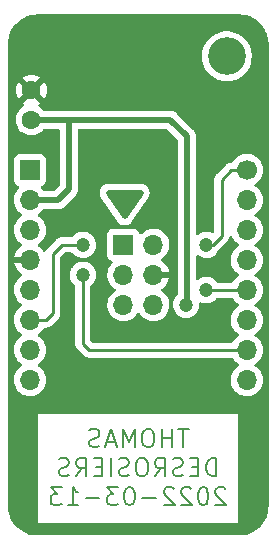
<source format=gbl>
%TF.GenerationSoftware,KiCad,Pcbnew,(6.0.0)*%
%TF.CreationDate,2022-03-13T16:02:30-04:00*%
%TF.ProjectId,JTAG_ISP-ISP,4a544147-5f49-4535-902d-4953502e6b69,v1.0.0*%
%TF.SameCoordinates,PX8924e3cPY39fb298*%
%TF.FileFunction,Copper,L2,Bot*%
%TF.FilePolarity,Positive*%
%FSLAX46Y46*%
G04 Gerber Fmt 4.6, Leading zero omitted, Abs format (unit mm)*
G04 Created by KiCad (PCBNEW (6.0.0)) date 2022-03-13 16:02:30*
%MOMM*%
%LPD*%
G01*
G04 APERTURE LIST*
%ADD10C,0.190500*%
%TA.AperFunction,NonConductor*%
%ADD11C,0.190500*%
%TD*%
%TA.AperFunction,EtchedComponent*%
%ADD12C,0.508000*%
%TD*%
%TA.AperFunction,ComponentPad*%
%ADD13C,3.200001*%
%TD*%
%TA.AperFunction,ComponentPad*%
%ADD14R,1.700000X1.700000*%
%TD*%
%TA.AperFunction,ComponentPad*%
%ADD15O,1.700000X1.700000*%
%TD*%
%TA.AperFunction,ComponentPad*%
%ADD16C,1.600000*%
%TD*%
%TA.AperFunction,ComponentPad*%
%ADD17C,1.700000*%
%TD*%
%TA.AperFunction,ViaPad*%
%ADD18C,1.200000*%
%TD*%
%TA.AperFunction,Conductor*%
%ADD19C,0.508000*%
%TD*%
%TA.AperFunction,Conductor*%
%ADD20C,0.250000*%
%TD*%
G04 APERTURE END LIST*
D10*
D11*
X16800702Y-36664196D02*
X15929845Y-36664196D01*
X16365273Y-38188196D02*
X16365273Y-36664196D01*
X15421845Y-38188196D02*
X15421845Y-36664196D01*
X15421845Y-37389910D02*
X14550988Y-37389910D01*
X14550988Y-38188196D02*
X14550988Y-36664196D01*
X13534988Y-36664196D02*
X13244702Y-36664196D01*
X13099559Y-36736768D01*
X12954416Y-36881910D01*
X12881845Y-37172196D01*
X12881845Y-37680196D01*
X12954416Y-37970482D01*
X13099559Y-38115625D01*
X13244702Y-38188196D01*
X13534988Y-38188196D01*
X13680130Y-38115625D01*
X13825273Y-37970482D01*
X13897845Y-37680196D01*
X13897845Y-37172196D01*
X13825273Y-36881910D01*
X13680130Y-36736768D01*
X13534988Y-36664196D01*
X12228702Y-38188196D02*
X12228702Y-36664196D01*
X11720702Y-37752768D01*
X11212702Y-36664196D01*
X11212702Y-38188196D01*
X10559559Y-37752768D02*
X9833845Y-37752768D01*
X10704702Y-38188196D02*
X10196702Y-36664196D01*
X9688702Y-38188196D01*
X9253273Y-38115625D02*
X9035559Y-38188196D01*
X8672702Y-38188196D01*
X8527559Y-38115625D01*
X8454988Y-38043053D01*
X8382416Y-37897910D01*
X8382416Y-37752768D01*
X8454988Y-37607625D01*
X8527559Y-37535053D01*
X8672702Y-37462482D01*
X8962988Y-37389910D01*
X9108130Y-37317339D01*
X9180702Y-37244768D01*
X9253273Y-37099625D01*
X9253273Y-36954482D01*
X9180702Y-36809339D01*
X9108130Y-36736768D01*
X8962988Y-36664196D01*
X8600130Y-36664196D01*
X8382416Y-36736768D01*
X19159273Y-40641836D02*
X19159273Y-39117836D01*
X18796416Y-39117836D01*
X18578702Y-39190408D01*
X18433559Y-39335550D01*
X18360988Y-39480693D01*
X18288416Y-39770979D01*
X18288416Y-39988693D01*
X18360988Y-40278979D01*
X18433559Y-40424122D01*
X18578702Y-40569265D01*
X18796416Y-40641836D01*
X19159273Y-40641836D01*
X17635273Y-39843550D02*
X17127273Y-39843550D01*
X16909559Y-40641836D02*
X17635273Y-40641836D01*
X17635273Y-39117836D01*
X16909559Y-39117836D01*
X16328988Y-40569265D02*
X16111273Y-40641836D01*
X15748416Y-40641836D01*
X15603273Y-40569265D01*
X15530702Y-40496693D01*
X15458130Y-40351550D01*
X15458130Y-40206408D01*
X15530702Y-40061265D01*
X15603273Y-39988693D01*
X15748416Y-39916122D01*
X16038702Y-39843550D01*
X16183845Y-39770979D01*
X16256416Y-39698408D01*
X16328988Y-39553265D01*
X16328988Y-39408122D01*
X16256416Y-39262979D01*
X16183845Y-39190408D01*
X16038702Y-39117836D01*
X15675845Y-39117836D01*
X15458130Y-39190408D01*
X13934130Y-40641836D02*
X14442130Y-39916122D01*
X14804988Y-40641836D02*
X14804988Y-39117836D01*
X14224416Y-39117836D01*
X14079273Y-39190408D01*
X14006702Y-39262979D01*
X13934130Y-39408122D01*
X13934130Y-39625836D01*
X14006702Y-39770979D01*
X14079273Y-39843550D01*
X14224416Y-39916122D01*
X14804988Y-39916122D01*
X12990702Y-39117836D02*
X12700416Y-39117836D01*
X12555273Y-39190408D01*
X12410130Y-39335550D01*
X12337559Y-39625836D01*
X12337559Y-40133836D01*
X12410130Y-40424122D01*
X12555273Y-40569265D01*
X12700416Y-40641836D01*
X12990702Y-40641836D01*
X13135845Y-40569265D01*
X13280988Y-40424122D01*
X13353559Y-40133836D01*
X13353559Y-39625836D01*
X13280988Y-39335550D01*
X13135845Y-39190408D01*
X12990702Y-39117836D01*
X11756988Y-40569265D02*
X11539273Y-40641836D01*
X11176416Y-40641836D01*
X11031273Y-40569265D01*
X10958702Y-40496693D01*
X10886130Y-40351550D01*
X10886130Y-40206408D01*
X10958702Y-40061265D01*
X11031273Y-39988693D01*
X11176416Y-39916122D01*
X11466702Y-39843550D01*
X11611845Y-39770979D01*
X11684416Y-39698408D01*
X11756988Y-39553265D01*
X11756988Y-39408122D01*
X11684416Y-39262979D01*
X11611845Y-39190408D01*
X11466702Y-39117836D01*
X11103845Y-39117836D01*
X10886130Y-39190408D01*
X10232988Y-40641836D02*
X10232988Y-39117836D01*
X9507273Y-39843550D02*
X8999273Y-39843550D01*
X8781559Y-40641836D02*
X9507273Y-40641836D01*
X9507273Y-39117836D01*
X8781559Y-39117836D01*
X7257559Y-40641836D02*
X7765559Y-39916122D01*
X8128416Y-40641836D02*
X8128416Y-39117836D01*
X7547845Y-39117836D01*
X7402702Y-39190408D01*
X7330130Y-39262979D01*
X7257559Y-39408122D01*
X7257559Y-39625836D01*
X7330130Y-39770979D01*
X7402702Y-39843550D01*
X7547845Y-39916122D01*
X8128416Y-39916122D01*
X6676988Y-40569265D02*
X6459273Y-40641836D01*
X6096416Y-40641836D01*
X5951273Y-40569265D01*
X5878702Y-40496693D01*
X5806130Y-40351550D01*
X5806130Y-40206408D01*
X5878702Y-40061265D01*
X5951273Y-39988693D01*
X6096416Y-39916122D01*
X6386702Y-39843550D01*
X6531845Y-39770979D01*
X6604416Y-39698408D01*
X6676988Y-39553265D01*
X6676988Y-39408122D01*
X6604416Y-39262979D01*
X6531845Y-39190408D01*
X6386702Y-39117836D01*
X6023845Y-39117836D01*
X5806130Y-39190408D01*
X19921273Y-41716619D02*
X19848702Y-41644048D01*
X19703559Y-41571476D01*
X19340702Y-41571476D01*
X19195559Y-41644048D01*
X19122988Y-41716619D01*
X19050416Y-41861762D01*
X19050416Y-42006905D01*
X19122988Y-42224619D01*
X19993845Y-43095476D01*
X19050416Y-43095476D01*
X18106988Y-41571476D02*
X17961845Y-41571476D01*
X17816702Y-41644048D01*
X17744130Y-41716619D01*
X17671559Y-41861762D01*
X17598988Y-42152048D01*
X17598988Y-42514905D01*
X17671559Y-42805190D01*
X17744130Y-42950333D01*
X17816702Y-43022905D01*
X17961845Y-43095476D01*
X18106988Y-43095476D01*
X18252130Y-43022905D01*
X18324702Y-42950333D01*
X18397273Y-42805190D01*
X18469845Y-42514905D01*
X18469845Y-42152048D01*
X18397273Y-41861762D01*
X18324702Y-41716619D01*
X18252130Y-41644048D01*
X18106988Y-41571476D01*
X17018416Y-41716619D02*
X16945845Y-41644048D01*
X16800702Y-41571476D01*
X16437845Y-41571476D01*
X16292702Y-41644048D01*
X16220130Y-41716619D01*
X16147559Y-41861762D01*
X16147559Y-42006905D01*
X16220130Y-42224619D01*
X17090988Y-43095476D01*
X16147559Y-43095476D01*
X15566988Y-41716619D02*
X15494416Y-41644048D01*
X15349273Y-41571476D01*
X14986416Y-41571476D01*
X14841273Y-41644048D01*
X14768702Y-41716619D01*
X14696130Y-41861762D01*
X14696130Y-42006905D01*
X14768702Y-42224619D01*
X15639559Y-43095476D01*
X14696130Y-43095476D01*
X14042988Y-42514905D02*
X12881845Y-42514905D01*
X11865845Y-41571476D02*
X11720702Y-41571476D01*
X11575559Y-41644048D01*
X11502988Y-41716619D01*
X11430416Y-41861762D01*
X11357845Y-42152048D01*
X11357845Y-42514905D01*
X11430416Y-42805190D01*
X11502988Y-42950333D01*
X11575559Y-43022905D01*
X11720702Y-43095476D01*
X11865845Y-43095476D01*
X12010988Y-43022905D01*
X12083559Y-42950333D01*
X12156130Y-42805190D01*
X12228702Y-42514905D01*
X12228702Y-42152048D01*
X12156130Y-41861762D01*
X12083559Y-41716619D01*
X12010988Y-41644048D01*
X11865845Y-41571476D01*
X10849845Y-41571476D02*
X9906416Y-41571476D01*
X10414416Y-42152048D01*
X10196702Y-42152048D01*
X10051559Y-42224619D01*
X9978988Y-42297190D01*
X9906416Y-42442333D01*
X9906416Y-42805190D01*
X9978988Y-42950333D01*
X10051559Y-43022905D01*
X10196702Y-43095476D01*
X10632130Y-43095476D01*
X10777273Y-43022905D01*
X10849845Y-42950333D01*
X9253273Y-42514905D02*
X8092130Y-42514905D01*
X6568130Y-43095476D02*
X7438988Y-43095476D01*
X7003559Y-43095476D02*
X7003559Y-41571476D01*
X7148702Y-41789190D01*
X7293845Y-41934333D01*
X7438988Y-42006905D01*
X6060130Y-41571476D02*
X5116702Y-41571476D01*
X5624702Y-42152048D01*
X5406988Y-42152048D01*
X5261845Y-42224619D01*
X5189273Y-42297190D01*
X5116702Y-42442333D01*
X5116702Y-42805190D01*
X5189273Y-42950333D01*
X5261845Y-43022905D01*
X5406988Y-43095476D01*
X5842416Y-43095476D01*
X5987559Y-43022905D01*
X6060130Y-42950333D01*
D12*
%TO.C,REF\u002A\u002A*%
X12113988Y-16777408D02*
X10763988Y-17377408D01*
X12288988Y-16877408D02*
X10438988Y-16877408D01*
X10413988Y-16777408D02*
X11363988Y-18127408D01*
X12738993Y-16627410D02*
X10038983Y-16627410D01*
X12263988Y-16877408D02*
X11363988Y-18127408D01*
X11913988Y-16677408D02*
X11013988Y-17927408D01*
X12113988Y-16777408D02*
X11213988Y-18027408D01*
X11388993Y-18627406D02*
X10038983Y-16627410D01*
X12738993Y-16627410D02*
X11388993Y-18627415D01*
%TD*%
D13*
%TO.P,REF\u002A\u002A,*%
%TO.N,*%
X20043988Y-5065988D03*
%TD*%
D14*
%TO.P,J2,1,Pin_1*%
%TO.N,unconnected-(J2-Pad1)*%
X3373983Y-14708175D03*
D15*
%TO.P,J2,2,Pin_2*%
%TO.N,+5V*%
X3373983Y-17248175D03*
%TO.P,J2,3,Pin_3*%
%TO.N,unconnected-(J2-Pad3)*%
X3373983Y-19788175D03*
%TO.P,J2,4,Pin_4*%
%TO.N,GND*%
X3373983Y-22328175D03*
%TO.P,J2,5,Pin_5*%
%TO.N,unconnected-(J2-Pad5)*%
X3373983Y-24868175D03*
%TO.P,J2,6,Pin_6*%
%TO.N,MISO*%
X3373983Y-27408175D03*
%TO.P,J2,7,Pin_7*%
%TO.N,unconnected-(J2-Pad7)*%
X3373983Y-29948175D03*
%TO.P,J2,8,Pin_8*%
%TO.N,unconnected-(J2-Pad8)*%
X3373983Y-32488175D03*
%TD*%
D16*
%TO.P,C1,1*%
%TO.N,+5V*%
X3493988Y-10452408D03*
%TO.P,C1,2*%
%TO.N,GND*%
X3493988Y-7952408D03*
%TD*%
D17*
%TO.P,J3,1,Pin_1*%
%TO.N,SCLK*%
X21735999Y-14708175D03*
D15*
%TO.P,J3,2,Pin_2*%
%TO.N,unconnected-(J3-Pad2)*%
X21735999Y-17248175D03*
%TO.P,J3,3,Pin_3*%
%TO.N,unconnected-(J3-Pad3)*%
X21735999Y-19788175D03*
%TO.P,J3,4,Pin_4*%
%TO.N,unconnected-(J3-Pad4)*%
X21735999Y-22328175D03*
%TO.P,J3,5,Pin_5*%
%TO.N,MOSI*%
X21735999Y-24868175D03*
%TO.P,J3,6,Pin_6*%
%TO.N,unconnected-(J3-Pad6)*%
X21735999Y-27408175D03*
%TO.P,J3,7,Pin_7*%
%TO.N,RESET*%
X21735999Y-29948175D03*
%TO.P,J3,8,Pin_8*%
%TO.N,unconnected-(J3-Pad8)*%
X21735999Y-32488175D03*
%TD*%
D14*
%TO.P,J1,1,Pin_1*%
%TO.N,MISO*%
X11283950Y-21044205D03*
D15*
%TO.P,J1,2,Pin_2*%
%TO.N,SCLK*%
X13823950Y-21044205D03*
%TO.P,J1,3,Pin_3*%
%TO.N,RESET*%
X11283950Y-23584205D03*
%TO.P,J1,4,Pin_4*%
%TO.N,GND*%
X13823950Y-23584205D03*
%TO.P,J1,5,Pin_5*%
%TO.N,MOSI*%
X11283950Y-26124205D03*
%TO.P,J1,6,Pin_6*%
%TO.N,+5V*%
X13823950Y-26124205D03*
%TD*%
D18*
%TO.N,+5V*%
X16590785Y-26124205D03*
%TO.N,GND*%
X18304230Y-22952406D03*
%TO.N,MISO*%
X7852191Y-21044205D03*
%TO.N,SCLK*%
X18304230Y-21044205D03*
%TO.N,RESET*%
X7852181Y-23584205D03*
%TO.N,MOSI*%
X18304230Y-24868175D03*
%TD*%
D19*
%TO.N,+5V*%
X16643988Y-11827408D02*
X15268988Y-10452408D01*
X4943988Y-10452408D02*
X3493988Y-10452408D01*
X6818988Y-10452408D02*
X4943988Y-10452408D01*
X16643988Y-26071002D02*
X16643988Y-11827408D01*
X5773221Y-17248175D02*
X6668988Y-16352408D01*
X3373983Y-17248175D02*
X5773221Y-17248175D01*
X6668988Y-16352408D02*
X6668988Y-10752408D01*
X15268988Y-10452408D02*
X4943988Y-10452408D01*
X16590785Y-26124205D02*
X16643988Y-26071002D01*
D20*
%TO.N,MISO*%
X4763221Y-27408175D02*
X3373983Y-27408175D01*
X6052191Y-21044205D02*
X5318988Y-21777408D01*
X5318988Y-21777408D02*
X5318988Y-26852408D01*
X5318988Y-26852408D02*
X4763221Y-27408175D01*
X7852191Y-21044205D02*
X6052191Y-21044205D01*
%TO.N,SCLK*%
X21735999Y-14708175D02*
X20438221Y-14708175D01*
X18852191Y-21044205D02*
X18304230Y-21044205D01*
X19618988Y-20277408D02*
X19618988Y-15527408D01*
X19618988Y-20277408D02*
X18852191Y-21044205D01*
X20438221Y-14708175D02*
X19618988Y-15527408D01*
%TO.N,RESET*%
X7852181Y-29410601D02*
X8389755Y-29948175D01*
X8389755Y-29948175D02*
X21735999Y-29948175D01*
X7852181Y-23584205D02*
X7852181Y-29410601D01*
%TO.N,MOSI*%
X18304230Y-24868175D02*
X21735999Y-24868175D01*
%TD*%
%TA.AperFunction,Conductor*%
%TO.N,GND*%
G36*
X21064045Y-1525488D02*
G01*
X21078846Y-1527793D01*
X21078849Y-1527793D01*
X21087718Y-1529174D01*
X21104887Y-1526929D01*
X21128827Y-1526096D01*
X21386758Y-1541698D01*
X21401862Y-1543532D01*
X21472636Y-1556502D01*
X21682867Y-1595028D01*
X21697629Y-1598666D01*
X21970396Y-1683663D01*
X21984615Y-1689057D01*
X22245128Y-1806304D01*
X22258597Y-1813373D01*
X22503083Y-1961170D01*
X22515605Y-1969813D01*
X22740495Y-2146004D01*
X22751883Y-2156094D01*
X22953882Y-2358093D01*
X22963972Y-2369481D01*
X23140163Y-2594371D01*
X23148806Y-2606893D01*
X23296603Y-2851379D01*
X23303672Y-2864848D01*
X23396056Y-3070117D01*
X23420918Y-3125358D01*
X23426313Y-3139580D01*
X23485135Y-3328345D01*
X23511309Y-3412341D01*
X23514948Y-3427109D01*
X23530194Y-3510301D01*
X23566444Y-3708114D01*
X23568278Y-3723218D01*
X23583443Y-3973917D01*
X23582186Y-4000627D01*
X23582183Y-4000847D01*
X23580802Y-4009718D01*
X23581966Y-4018620D01*
X23581966Y-4018623D01*
X23584924Y-4041239D01*
X23585988Y-4057577D01*
X23585988Y-43103080D01*
X23584488Y-43122464D01*
X23580802Y-43146138D01*
X23582442Y-43158678D01*
X23583047Y-43163305D01*
X23583880Y-43187247D01*
X23568278Y-43445178D01*
X23566444Y-43460282D01*
X23514950Y-43741281D01*
X23511309Y-43756055D01*
X23426314Y-44028812D01*
X23420918Y-44043038D01*
X23303674Y-44303544D01*
X23296603Y-44317017D01*
X23148806Y-44561503D01*
X23140163Y-44574025D01*
X22963972Y-44798915D01*
X22953882Y-44810303D01*
X22751883Y-45012302D01*
X22740495Y-45022392D01*
X22515605Y-45198583D01*
X22503083Y-45207226D01*
X22258597Y-45355023D01*
X22245128Y-45362092D01*
X21984618Y-45479338D01*
X21970396Y-45484733D01*
X21697629Y-45569730D01*
X21682867Y-45573368D01*
X21472636Y-45611894D01*
X21401862Y-45624864D01*
X21386758Y-45626698D01*
X21136059Y-45641863D01*
X21109349Y-45640606D01*
X21109129Y-45640603D01*
X21100258Y-45639222D01*
X21091356Y-45640386D01*
X21091353Y-45640386D01*
X21068737Y-45643344D01*
X21052399Y-45644408D01*
X4065318Y-45644408D01*
X4045933Y-45642908D01*
X4031132Y-45640603D01*
X4031129Y-45640603D01*
X4022260Y-45639222D01*
X4005091Y-45641467D01*
X3981151Y-45642300D01*
X3723220Y-45626698D01*
X3708116Y-45624864D01*
X3637342Y-45611894D01*
X3427111Y-45573368D01*
X3412349Y-45569730D01*
X3139582Y-45484733D01*
X3125360Y-45479338D01*
X2864850Y-45362092D01*
X2851381Y-45355023D01*
X2606895Y-45207226D01*
X2594373Y-45198583D01*
X2369483Y-45022392D01*
X2358095Y-45012302D01*
X2156096Y-44810303D01*
X2146006Y-44798915D01*
X1971846Y-44576618D01*
X4073167Y-44576618D01*
X20964810Y-44576618D01*
X20964810Y-35328198D01*
X4073167Y-35328198D01*
X4073167Y-44576618D01*
X1971846Y-44576618D01*
X1969815Y-44574025D01*
X1961172Y-44561503D01*
X1813375Y-44317017D01*
X1806304Y-44303544D01*
X1689060Y-44043038D01*
X1683664Y-44028812D01*
X1598669Y-43756055D01*
X1595028Y-43741281D01*
X1543534Y-43460282D01*
X1541700Y-43445178D01*
X1526535Y-43194479D01*
X1527792Y-43167769D01*
X1527795Y-43167549D01*
X1529176Y-43158678D01*
X1527537Y-43146138D01*
X1525054Y-43127157D01*
X1523990Y-43110819D01*
X1523990Y-32454870D01*
X2011234Y-32454870D01*
X2011531Y-32460023D01*
X2011531Y-32460026D01*
X2016994Y-32554765D01*
X2024093Y-32677890D01*
X2025230Y-32682936D01*
X2025231Y-32682942D01*
X2045102Y-32771114D01*
X2073205Y-32895814D01*
X2157249Y-33102791D01*
X2273970Y-33293263D01*
X2420233Y-33462113D01*
X2592109Y-33604807D01*
X2784983Y-33717513D01*
X2993675Y-33797205D01*
X2998743Y-33798236D01*
X2998746Y-33798237D01*
X3106000Y-33820058D01*
X3212580Y-33841742D01*
X3217755Y-33841932D01*
X3217757Y-33841932D01*
X3430656Y-33849739D01*
X3430660Y-33849739D01*
X3435820Y-33849928D01*
X3440940Y-33849272D01*
X3440942Y-33849272D01*
X3652271Y-33822200D01*
X3652272Y-33822200D01*
X3657399Y-33821543D01*
X3662349Y-33820058D01*
X3866412Y-33758836D01*
X3866417Y-33758834D01*
X3871367Y-33757349D01*
X4071977Y-33659071D01*
X4253843Y-33529348D01*
X4412079Y-33371664D01*
X4471577Y-33288864D01*
X4539418Y-33194452D01*
X4542436Y-33190252D01*
X4641413Y-32989986D01*
X4706353Y-32776244D01*
X4735512Y-32554765D01*
X4737139Y-32488175D01*
X4718835Y-32265536D01*
X4664414Y-32048877D01*
X4575337Y-31844015D01*
X4453997Y-31656452D01*
X4303653Y-31491226D01*
X4299602Y-31488027D01*
X4299598Y-31488023D01*
X4132397Y-31355975D01*
X4132393Y-31355973D01*
X4128342Y-31352773D01*
X4087036Y-31329971D01*
X4037067Y-31279539D01*
X4022295Y-31210096D01*
X4047411Y-31143691D01*
X4074763Y-31117084D01*
X4118586Y-31085825D01*
X4253843Y-30989348D01*
X4412079Y-30831664D01*
X4471577Y-30748864D01*
X4539418Y-30654452D01*
X4542436Y-30650252D01*
X4546594Y-30641840D01*
X4639119Y-30454628D01*
X4639120Y-30454626D01*
X4641413Y-30449986D01*
X4706353Y-30236244D01*
X4735512Y-30014765D01*
X4737139Y-29948175D01*
X4718835Y-29725536D01*
X4664414Y-29508877D01*
X4575337Y-29304015D01*
X4453997Y-29116452D01*
X4303653Y-28951226D01*
X4299602Y-28948027D01*
X4299598Y-28948023D01*
X4132397Y-28815975D01*
X4132393Y-28815973D01*
X4128342Y-28812773D01*
X4087036Y-28789971D01*
X4037067Y-28739539D01*
X4022295Y-28670096D01*
X4047411Y-28603691D01*
X4074763Y-28577084D01*
X4118586Y-28545825D01*
X4253843Y-28449348D01*
X4412079Y-28291664D01*
X4471577Y-28208864D01*
X4539418Y-28114452D01*
X4542436Y-28110252D01*
X4544729Y-28105612D01*
X4546429Y-28102783D01*
X4598657Y-28054693D01*
X4654434Y-28041675D01*
X4684454Y-28041675D01*
X4695637Y-28042202D01*
X4703130Y-28043877D01*
X4711056Y-28043628D01*
X4711057Y-28043628D01*
X4771207Y-28041737D01*
X4775166Y-28041675D01*
X4803077Y-28041675D01*
X4807012Y-28041178D01*
X4807077Y-28041170D01*
X4818914Y-28040237D01*
X4851172Y-28039223D01*
X4855191Y-28039097D01*
X4863110Y-28038848D01*
X4882564Y-28033196D01*
X4901921Y-28029188D01*
X4914151Y-28027643D01*
X4914152Y-28027643D01*
X4922018Y-28026649D01*
X4929389Y-28023730D01*
X4929391Y-28023730D01*
X4963133Y-28010371D01*
X4974363Y-28006526D01*
X5009204Y-27996404D01*
X5009205Y-27996404D01*
X5016814Y-27994193D01*
X5023633Y-27990160D01*
X5023638Y-27990158D01*
X5034249Y-27983882D01*
X5051997Y-27975187D01*
X5070838Y-27967727D01*
X5106608Y-27941739D01*
X5116528Y-27935223D01*
X5147756Y-27916755D01*
X5147759Y-27916753D01*
X5154583Y-27912717D01*
X5168904Y-27898396D01*
X5183938Y-27885555D01*
X5193915Y-27878306D01*
X5200328Y-27873647D01*
X5228519Y-27839570D01*
X5236509Y-27830791D01*
X5711235Y-27356065D01*
X5719525Y-27348521D01*
X5726006Y-27344408D01*
X5772647Y-27294740D01*
X5775401Y-27291899D01*
X5795122Y-27272178D01*
X5797600Y-27268983D01*
X5805306Y-27259961D01*
X5826368Y-27237532D01*
X5835574Y-27227729D01*
X5845334Y-27209976D01*
X5856187Y-27193453D01*
X5863741Y-27183714D01*
X5868601Y-27177449D01*
X5886164Y-27136865D01*
X5891371Y-27126235D01*
X5912683Y-27087468D01*
X5914654Y-27079791D01*
X5914656Y-27079786D01*
X5917720Y-27067850D01*
X5924126Y-27049138D01*
X5929021Y-27037827D01*
X5932169Y-27030553D01*
X5933409Y-27022725D01*
X5933411Y-27022718D01*
X5939087Y-26986884D01*
X5941493Y-26975264D01*
X5950516Y-26940119D01*
X5950516Y-26940118D01*
X5952488Y-26932438D01*
X5952488Y-26912184D01*
X5954039Y-26892473D01*
X5955968Y-26880294D01*
X5957208Y-26872465D01*
X5953047Y-26828446D01*
X5952488Y-26816589D01*
X5952488Y-22092002D01*
X5972490Y-22023881D01*
X5989393Y-22002907D01*
X6277690Y-21714610D01*
X6340002Y-21680584D01*
X6366785Y-21677705D01*
X6877177Y-21677705D01*
X6945298Y-21697707D01*
X6980073Y-21730984D01*
X6998708Y-21757351D01*
X7005670Y-21767202D01*
X7009804Y-21771229D01*
X7130573Y-21888877D01*
X7151601Y-21909362D01*
X7156397Y-21912567D01*
X7156400Y-21912569D01*
X7224340Y-21957965D01*
X7320994Y-22022547D01*
X7326297Y-22024825D01*
X7326300Y-22024827D01*
X7467236Y-22085378D01*
X7508178Y-22102968D01*
X7542336Y-22110697D01*
X7701246Y-22146655D01*
X7701251Y-22146656D01*
X7706883Y-22147930D01*
X7712654Y-22148157D01*
X7712656Y-22148157D01*
X7775661Y-22150632D01*
X7910454Y-22155928D01*
X8112074Y-22126695D01*
X8117538Y-22124840D01*
X8117543Y-22124839D01*
X8299518Y-22063067D01*
X8299523Y-22063065D01*
X8304990Y-22061209D01*
X8482742Y-21961663D01*
X8639377Y-21831391D01*
X8769649Y-21674756D01*
X8869195Y-21497004D01*
X8871051Y-21491537D01*
X8871053Y-21491532D01*
X8932825Y-21309557D01*
X8932826Y-21309552D01*
X8934681Y-21304088D01*
X8963914Y-21102468D01*
X8965440Y-21044205D01*
X8952871Y-20907417D01*
X8947328Y-20847085D01*
X8947327Y-20847082D01*
X8946799Y-20841331D01*
X8923355Y-20758206D01*
X8893066Y-20650811D01*
X8893065Y-20650809D01*
X8891498Y-20645252D01*
X8871603Y-20604907D01*
X8803947Y-20467715D01*
X8801392Y-20462534D01*
X8788934Y-20445850D01*
X8682949Y-20303920D01*
X8682949Y-20303919D01*
X8679496Y-20299296D01*
X8562095Y-20190771D01*
X8534134Y-20164924D01*
X8534131Y-20164922D01*
X8529894Y-20161005D01*
X8447897Y-20109269D01*
X8362479Y-20055374D01*
X8362474Y-20055372D01*
X8357595Y-20052293D01*
X8168371Y-19976800D01*
X7968557Y-19937054D01*
X7962783Y-19936978D01*
X7962779Y-19936978D01*
X7859643Y-19935629D01*
X7764846Y-19934388D01*
X7759149Y-19935367D01*
X7759148Y-19935367D01*
X7688538Y-19947500D01*
X7564061Y-19968889D01*
X7372925Y-20039403D01*
X7367964Y-20042355D01*
X7367963Y-20042355D01*
X7310588Y-20076490D01*
X7197840Y-20143568D01*
X7044669Y-20277895D01*
X7041097Y-20282426D01*
X6977805Y-20362711D01*
X6919923Y-20403824D01*
X6878855Y-20410705D01*
X6130959Y-20410705D01*
X6119776Y-20410178D01*
X6112283Y-20408503D01*
X6104357Y-20408752D01*
X6104356Y-20408752D01*
X6044193Y-20410643D01*
X6040235Y-20410705D01*
X6012335Y-20410705D01*
X6008345Y-20411209D01*
X5996511Y-20412141D01*
X5952302Y-20413531D01*
X5944686Y-20415744D01*
X5944684Y-20415744D01*
X5932843Y-20419184D01*
X5913484Y-20423193D01*
X5912174Y-20423359D01*
X5893394Y-20425731D01*
X5886028Y-20428647D01*
X5886022Y-20428649D01*
X5852289Y-20442005D01*
X5841059Y-20445850D01*
X5807661Y-20455553D01*
X5798598Y-20458186D01*
X5791775Y-20462221D01*
X5781157Y-20468500D01*
X5763404Y-20477197D01*
X5755759Y-20480224D01*
X5744574Y-20484653D01*
X5731087Y-20494452D01*
X5708803Y-20510642D01*
X5698886Y-20517156D01*
X5660829Y-20539663D01*
X5646508Y-20553984D01*
X5631475Y-20566824D01*
X5615084Y-20578733D01*
X5593431Y-20604907D01*
X5586903Y-20612798D01*
X5578913Y-20621579D01*
X4926730Y-21273761D01*
X4918451Y-21281295D01*
X4911970Y-21285408D01*
X4889293Y-21309557D01*
X4865345Y-21335059D01*
X4862590Y-21337901D01*
X4842853Y-21357638D01*
X4840373Y-21360835D01*
X4832670Y-21369855D01*
X4802402Y-21402087D01*
X4798583Y-21409033D01*
X4798581Y-21409036D01*
X4792640Y-21419842D01*
X4781789Y-21436361D01*
X4769374Y-21452367D01*
X4766229Y-21459636D01*
X4766226Y-21459640D01*
X4751814Y-21492945D01*
X4746597Y-21503595D01*
X4725293Y-21542348D01*
X4723675Y-21548651D01*
X4680390Y-21604128D01*
X4613387Y-21627604D01*
X4544328Y-21611130D01*
X4501119Y-21570211D01*
X4456410Y-21501101D01*
X4450119Y-21492932D01*
X4306789Y-21335415D01*
X4299256Y-21328390D01*
X4132122Y-21196397D01*
X4123539Y-21190695D01*
X4086585Y-21170295D01*
X4036614Y-21119862D01*
X4021842Y-21050420D01*
X4046958Y-20984014D01*
X4074310Y-20957407D01*
X4097780Y-20940666D01*
X4253843Y-20829348D01*
X4412079Y-20671664D01*
X4460049Y-20604907D01*
X4539418Y-20494452D01*
X4542436Y-20490252D01*
X4546647Y-20481733D01*
X4639119Y-20294628D01*
X4639120Y-20294626D01*
X4641413Y-20289986D01*
X4696319Y-20109269D01*
X4704848Y-20081198D01*
X4704848Y-20081196D01*
X4706353Y-20076244D01*
X4735512Y-19854765D01*
X4736094Y-19830944D01*
X4737057Y-19791540D01*
X4737057Y-19791536D01*
X4737139Y-19788175D01*
X4718835Y-19565536D01*
X4664414Y-19348877D01*
X4575337Y-19144015D01*
X4453997Y-18956452D01*
X4303653Y-18791226D01*
X4299602Y-18788027D01*
X4299598Y-18788023D01*
X4132397Y-18655975D01*
X4132393Y-18655973D01*
X4128342Y-18652773D01*
X4087036Y-18629971D01*
X4037067Y-18579539D01*
X4022295Y-18510096D01*
X4047411Y-18443691D01*
X4074763Y-18417084D01*
X4118586Y-18385825D01*
X4253843Y-18289348D01*
X4412079Y-18131664D01*
X4461312Y-18063149D01*
X4517307Y-18019501D01*
X4563635Y-18010675D01*
X5705845Y-18010675D01*
X5724795Y-18012108D01*
X5739194Y-18014299D01*
X5739200Y-18014299D01*
X5746429Y-18015399D01*
X5753721Y-18014806D01*
X5753724Y-18014806D01*
X5799404Y-18011090D01*
X5809619Y-18010675D01*
X5817746Y-18010675D01*
X5821382Y-18010251D01*
X5821384Y-18010251D01*
X5824836Y-18009848D01*
X5846145Y-18007364D01*
X5850465Y-18006937D01*
X5923647Y-18000984D01*
X5930609Y-17998728D01*
X5936597Y-17997532D01*
X5942554Y-17996124D01*
X5949828Y-17995276D01*
X5956710Y-17992778D01*
X5956714Y-17992777D01*
X6018828Y-17970230D01*
X6022932Y-17968820D01*
X6092796Y-17946188D01*
X6099059Y-17942388D01*
X6104601Y-17939850D01*
X6110077Y-17937108D01*
X6116962Y-17934609D01*
X6178353Y-17894360D01*
X6182021Y-17892045D01*
X6244802Y-17853948D01*
X6249007Y-17850234D01*
X6249010Y-17850232D01*
X6253226Y-17846508D01*
X6253252Y-17846537D01*
X6256183Y-17843937D01*
X6259537Y-17841133D01*
X6265656Y-17837121D01*
X6319210Y-17780588D01*
X6321587Y-17778147D01*
X7160516Y-16939218D01*
X7174929Y-16926831D01*
X7186653Y-16918203D01*
X7192552Y-16913862D01*
X7226967Y-16873353D01*
X7233897Y-16865837D01*
X7239641Y-16860093D01*
X7241915Y-16857219D01*
X7241921Y-16857212D01*
X7257360Y-16837697D01*
X7260151Y-16834293D01*
X7302933Y-16783936D01*
X7302936Y-16783932D01*
X7307672Y-16778357D01*
X7311000Y-16771840D01*
X7314377Y-16766776D01*
X7317604Y-16761552D01*
X7322148Y-16755808D01*
X7353230Y-16689304D01*
X7355135Y-16685407D01*
X7382564Y-16631690D01*
X9271808Y-16631690D01*
X9272696Y-16638957D01*
X9272701Y-16639801D01*
X9273325Y-16660706D01*
X9273373Y-16661586D01*
X9272919Y-16668899D01*
X9274159Y-16676115D01*
X9274159Y-16676117D01*
X9278217Y-16699733D01*
X9282813Y-16726476D01*
X9284314Y-16735213D01*
X9285202Y-16741253D01*
X9293369Y-16808063D01*
X9295906Y-16814932D01*
X9296112Y-16815782D01*
X9301519Y-16835952D01*
X9301771Y-16836809D01*
X9303010Y-16844019D01*
X9305877Y-16850756D01*
X9305877Y-16850757D01*
X9329360Y-16905945D01*
X9331617Y-16911628D01*
X9354927Y-16974746D01*
X9360626Y-16984434D01*
X9361646Y-16985945D01*
X9366103Y-16994454D01*
X9369716Y-17000788D01*
X9372580Y-17007519D01*
X9376916Y-17013412D01*
X9376919Y-17013416D01*
X9414904Y-17065032D01*
X9417857Y-17069220D01*
X10721733Y-19000869D01*
X10730709Y-19016464D01*
X10741815Y-19039407D01*
X10746434Y-19045084D01*
X10746440Y-19045094D01*
X10773089Y-19077849D01*
X10779782Y-19086869D01*
X10780254Y-19087568D01*
X10780261Y-19087577D01*
X10782303Y-19090602D01*
X10784684Y-19093373D01*
X10803091Y-19114796D01*
X10805258Y-19117388D01*
X10853952Y-19177239D01*
X10859756Y-19181704D01*
X10860755Y-19182676D01*
X10861247Y-19183200D01*
X10862572Y-19184455D01*
X10863222Y-19185003D01*
X10864144Y-19185853D01*
X10868911Y-19191401D01*
X10874823Y-19195701D01*
X10874826Y-19195704D01*
X10930899Y-19236489D01*
X10933608Y-19238515D01*
X10940949Y-19244162D01*
X10994790Y-19285579D01*
X11001459Y-19288586D01*
X11002665Y-19289308D01*
X11003241Y-19289689D01*
X11004832Y-19290613D01*
X11005621Y-19291012D01*
X11006679Y-19291608D01*
X11012606Y-19295919D01*
X11019361Y-19298749D01*
X11019363Y-19298750D01*
X11083280Y-19325527D01*
X11086382Y-19326876D01*
X11150102Y-19355605D01*
X11150107Y-19355607D01*
X11156773Y-19358612D01*
X11163953Y-19360004D01*
X11165299Y-19360431D01*
X11165937Y-19360665D01*
X11167701Y-19361200D01*
X11168559Y-19361406D01*
X11169738Y-19361746D01*
X11176493Y-19364576D01*
X11183719Y-19365776D01*
X11183718Y-19365776D01*
X11252055Y-19377127D01*
X11255384Y-19377726D01*
X11331212Y-19392423D01*
X11338524Y-19392125D01*
X11339949Y-19392233D01*
X11340621Y-19392314D01*
X11342450Y-19392428D01*
X11343337Y-19392431D01*
X11344554Y-19392490D01*
X11351778Y-19393690D01*
X11359082Y-19393196D01*
X11359083Y-19393196D01*
X11391106Y-19391030D01*
X11428212Y-19388520D01*
X11431565Y-19388339D01*
X11454928Y-19387388D01*
X11501439Y-19385495D01*
X11501442Y-19385495D01*
X11508752Y-19385197D01*
X11515801Y-19383225D01*
X11517203Y-19383003D01*
X11517892Y-19382926D01*
X11519695Y-19382616D01*
X11520552Y-19382417D01*
X11521761Y-19382192D01*
X11529060Y-19381699D01*
X11602315Y-19359066D01*
X11605516Y-19358124D01*
X11672818Y-19339294D01*
X11672822Y-19339293D01*
X11679868Y-19337321D01*
X11686274Y-19333780D01*
X11687583Y-19333244D01*
X11688240Y-19333008D01*
X11689923Y-19332292D01*
X11690688Y-19331913D01*
X11691841Y-19331404D01*
X11698828Y-19329245D01*
X11760264Y-19293100D01*
X11764857Y-19290398D01*
X11767797Y-19288721D01*
X11828976Y-19254906D01*
X11835381Y-19251366D01*
X11840803Y-19246445D01*
X11841957Y-19245619D01*
X11842539Y-19245241D01*
X11844004Y-19244162D01*
X11844673Y-19243607D01*
X11845665Y-19242856D01*
X11851976Y-19239143D01*
X11907331Y-19186116D01*
X11909805Y-19183809D01*
X11962794Y-19135709D01*
X11962795Y-19135708D01*
X11966947Y-19131939D01*
X11973800Y-19123030D01*
X11973813Y-19123040D01*
X11975625Y-19120694D01*
X11980288Y-19116227D01*
X12024620Y-19047781D01*
X12025888Y-19045863D01*
X12772445Y-17939850D01*
X13329512Y-17114565D01*
X13342472Y-17098409D01*
X13348266Y-17092293D01*
X13348272Y-17092285D01*
X13353304Y-17086973D01*
X13383045Y-17035770D01*
X13387564Y-17028561D01*
X13393426Y-17019877D01*
X13393428Y-17019874D01*
X13395467Y-17016853D01*
X13400299Y-17007519D01*
X13405816Y-16996862D01*
X13408745Y-16991523D01*
X13442550Y-16933325D01*
X13444671Y-16926323D01*
X13445012Y-16925538D01*
X13452887Y-16906151D01*
X13453195Y-16905338D01*
X13456562Y-16898833D01*
X13472930Y-16833521D01*
X13474543Y-16827691D01*
X13494055Y-16763267D01*
X13494509Y-16755954D01*
X13494665Y-16755084D01*
X13497867Y-16734422D01*
X13497977Y-16733579D01*
X13499757Y-16726476D01*
X13500661Y-16659164D01*
X13500892Y-16653060D01*
X13501288Y-16646683D01*
X13505057Y-16585921D01*
X13503817Y-16578705D01*
X13503769Y-16577816D01*
X13502128Y-16556928D01*
X13502045Y-16556120D01*
X13502143Y-16548805D01*
X13495422Y-16518564D01*
X13487541Y-16483103D01*
X13486360Y-16477106D01*
X13479310Y-16436080D01*
X13474966Y-16410801D01*
X13472100Y-16404066D01*
X13471864Y-16403264D01*
X13465459Y-16383299D01*
X13465178Y-16382490D01*
X13463591Y-16375351D01*
X13434257Y-16314754D01*
X13431750Y-16309237D01*
X13405396Y-16247301D01*
X13401059Y-16241407D01*
X13400619Y-16240636D01*
X13389804Y-16222703D01*
X13389360Y-16222006D01*
X13386171Y-16215418D01*
X13381557Y-16209746D01*
X13381554Y-16209742D01*
X13343690Y-16163202D01*
X13339949Y-16158368D01*
X13300078Y-16104190D01*
X13294501Y-16099452D01*
X13293919Y-16098828D01*
X13279294Y-16083887D01*
X13278656Y-16083266D01*
X13274034Y-16077585D01*
X13268226Y-16073117D01*
X13220688Y-16036548D01*
X13215935Y-16032705D01*
X13170243Y-15993887D01*
X13170241Y-15993886D01*
X13164662Y-15989146D01*
X13158140Y-15985816D01*
X13157419Y-15985335D01*
X13139745Y-15974157D01*
X13138999Y-15973710D01*
X13133196Y-15969246D01*
X13126525Y-15966238D01*
X13126523Y-15966237D01*
X13071857Y-15941590D01*
X13066345Y-15938942D01*
X13012935Y-15911669D01*
X13012933Y-15911668D01*
X13006413Y-15908339D01*
X12999299Y-15906598D01*
X12998505Y-15906303D01*
X12978724Y-15899488D01*
X12977887Y-15899222D01*
X12971213Y-15896213D01*
X12905153Y-15883409D01*
X12899181Y-15882100D01*
X12871910Y-15875427D01*
X12833818Y-15866106D01*
X12828216Y-15865758D01*
X12828213Y-15865758D01*
X12824542Y-15865530D01*
X12824526Y-15865530D01*
X12822600Y-15865410D01*
X12820778Y-15865410D01*
X12811230Y-15864344D01*
X12803961Y-15863795D01*
X12796774Y-15862402D01*
X12726748Y-15865252D01*
X12725424Y-15865306D01*
X12720300Y-15865410D01*
X10112382Y-15865410D01*
X10091738Y-15863707D01*
X10076198Y-15861126D01*
X10068893Y-15861620D01*
X10068892Y-15861620D01*
X10017104Y-15865123D01*
X10008601Y-15865410D01*
X9994494Y-15865410D01*
X9972144Y-15868016D01*
X9966081Y-15868574D01*
X9944508Y-15870033D01*
X9906215Y-15872623D01*
X9906212Y-15872624D01*
X9898916Y-15873117D01*
X9891925Y-15875277D01*
X9891118Y-15875427D01*
X9870629Y-15879748D01*
X9869766Y-15879952D01*
X9862492Y-15880800D01*
X9799219Y-15903767D01*
X9793450Y-15905704D01*
X9729148Y-15925571D01*
X9722839Y-15929283D01*
X9722023Y-15929643D01*
X9703106Y-15938549D01*
X9702346Y-15938929D01*
X9695468Y-15941426D01*
X9689351Y-15945436D01*
X9689346Y-15945439D01*
X9639169Y-15978337D01*
X9633976Y-15981564D01*
X9582342Y-16011942D01*
X9576000Y-16015673D01*
X9570713Y-16020738D01*
X9569994Y-16021282D01*
X9553662Y-16034279D01*
X9552998Y-16034834D01*
X9546871Y-16038851D01*
X9541838Y-16044164D01*
X9541832Y-16044169D01*
X9500587Y-16087708D01*
X9496277Y-16092043D01*
X9471295Y-16115975D01*
X9447688Y-16138589D01*
X9443708Y-16144734D01*
X9443149Y-16145410D01*
X9430223Y-16161842D01*
X9429706Y-16162533D01*
X9424672Y-16167847D01*
X9390873Y-16226036D01*
X9387684Y-16231232D01*
X9355074Y-16281579D01*
X9355070Y-16281588D01*
X9351094Y-16287726D01*
X9348635Y-16294621D01*
X9348243Y-16295414D01*
X9339443Y-16314380D01*
X9339099Y-16315172D01*
X9335426Y-16321495D01*
X9333305Y-16328498D01*
X9315921Y-16385897D01*
X9314007Y-16391705D01*
X9291400Y-16455086D01*
X9290594Y-16462355D01*
X9290405Y-16463173D01*
X9286196Y-16483693D01*
X9286042Y-16484551D01*
X9283921Y-16491553D01*
X9280369Y-16548805D01*
X9279755Y-16558704D01*
X9279229Y-16564794D01*
X9271808Y-16631690D01*
X7382564Y-16631690D01*
X7388531Y-16620004D01*
X7390272Y-16612890D01*
X7392404Y-16607156D01*
X7394332Y-16601360D01*
X7397432Y-16594728D01*
X7412383Y-16522848D01*
X7413353Y-16518564D01*
X7418175Y-16498858D01*
X7430792Y-16447296D01*
X7431488Y-16436078D01*
X7431525Y-16436080D01*
X7431761Y-16432181D01*
X7432151Y-16427810D01*
X7433640Y-16420651D01*
X7431534Y-16342831D01*
X7431488Y-16339422D01*
X7431488Y-11340908D01*
X7451490Y-11272787D01*
X7505146Y-11226294D01*
X7557488Y-11214908D01*
X14900960Y-11214908D01*
X14969081Y-11234910D01*
X14990055Y-11251813D01*
X15844583Y-12106341D01*
X15878609Y-12168653D01*
X15881488Y-12195436D01*
X15881488Y-25214664D01*
X15861486Y-25282785D01*
X15838565Y-25309396D01*
X15787609Y-25354083D01*
X15787605Y-25354087D01*
X15783263Y-25357895D01*
X15657136Y-25517886D01*
X15654447Y-25522997D01*
X15654445Y-25523000D01*
X15629585Y-25570252D01*
X15562277Y-25698183D01*
X15501863Y-25892748D01*
X15477917Y-26095064D01*
X15491242Y-26298356D01*
X15541390Y-26495815D01*
X15626683Y-26680829D01*
X15744264Y-26847202D01*
X15748398Y-26851229D01*
X15869167Y-26968877D01*
X15890195Y-26989362D01*
X15894991Y-26992567D01*
X15894994Y-26992569D01*
X16007660Y-27067850D01*
X16059588Y-27102547D01*
X16064891Y-27104825D01*
X16064894Y-27104827D01*
X16205830Y-27165378D01*
X16246772Y-27182968D01*
X16319602Y-27199448D01*
X16439840Y-27226655D01*
X16439845Y-27226656D01*
X16445477Y-27227930D01*
X16451248Y-27228157D01*
X16451250Y-27228157D01*
X16514255Y-27230632D01*
X16649048Y-27235928D01*
X16850668Y-27206695D01*
X16856132Y-27204840D01*
X16856137Y-27204839D01*
X17038112Y-27143067D01*
X17038117Y-27143065D01*
X17043584Y-27141209D01*
X17051313Y-27136881D01*
X17139545Y-27087468D01*
X17221336Y-27041663D01*
X17377971Y-26911391D01*
X17508243Y-26754756D01*
X17607789Y-26577004D01*
X17609645Y-26571537D01*
X17609647Y-26571532D01*
X17671419Y-26389557D01*
X17671420Y-26389552D01*
X17673275Y-26384088D01*
X17702508Y-26182468D01*
X17704034Y-26124205D01*
X17698474Y-26063691D01*
X17694013Y-26015139D01*
X17707698Y-25945474D01*
X17756875Y-25894267D01*
X17825929Y-25877776D01*
X17869222Y-25887844D01*
X17954901Y-25924655D01*
X17954910Y-25924658D01*
X17960217Y-25926938D01*
X18033047Y-25943418D01*
X18153285Y-25970625D01*
X18153290Y-25970626D01*
X18158922Y-25971900D01*
X18164693Y-25972127D01*
X18164695Y-25972127D01*
X18227700Y-25974602D01*
X18362493Y-25979898D01*
X18564113Y-25950665D01*
X18569577Y-25948810D01*
X18569582Y-25948809D01*
X18751557Y-25887037D01*
X18751562Y-25887035D01*
X18757029Y-25885179D01*
X18786321Y-25868775D01*
X18840905Y-25838206D01*
X18934781Y-25785633D01*
X19091416Y-25655361D01*
X19158707Y-25574452D01*
X19181451Y-25547106D01*
X19240389Y-25507522D01*
X19278325Y-25501675D01*
X20460273Y-25501675D01*
X20528394Y-25521677D01*
X20567706Y-25561840D01*
X20635986Y-25673263D01*
X20782249Y-25842113D01*
X20885957Y-25928213D01*
X20947214Y-25979069D01*
X20954125Y-25984807D01*
X21006032Y-26015139D01*
X21027444Y-26027651D01*
X21076168Y-26079289D01*
X21089239Y-26149072D01*
X21062508Y-26214844D01*
X21022054Y-26248202D01*
X21009606Y-26254682D01*
X21005473Y-26257785D01*
X21005470Y-26257787D01*
X20844863Y-26378374D01*
X20830964Y-26388810D01*
X20827392Y-26392548D01*
X20699097Y-26526801D01*
X20676628Y-26550313D01*
X20673714Y-26554585D01*
X20673713Y-26554586D01*
X20653310Y-26584496D01*
X20550742Y-26734855D01*
X20510457Y-26821643D01*
X20462530Y-26924893D01*
X20456687Y-26937480D01*
X20396988Y-27152745D01*
X20373250Y-27374870D01*
X20373547Y-27380023D01*
X20373547Y-27380026D01*
X20379183Y-27477772D01*
X20386109Y-27597890D01*
X20387246Y-27602936D01*
X20387247Y-27602942D01*
X20407118Y-27691114D01*
X20435221Y-27815814D01*
X20495013Y-27963065D01*
X20512661Y-28006526D01*
X20519265Y-28022791D01*
X20635986Y-28213263D01*
X20782249Y-28382113D01*
X20954125Y-28524807D01*
X21024594Y-28565986D01*
X21027444Y-28567651D01*
X21076168Y-28619289D01*
X21089239Y-28689072D01*
X21062508Y-28754844D01*
X21022054Y-28788202D01*
X21009606Y-28794682D01*
X21005473Y-28797785D01*
X21005470Y-28797787D01*
X20981246Y-28815975D01*
X20830964Y-28928810D01*
X20676628Y-29090313D01*
X20673714Y-29094585D01*
X20673713Y-29094586D01*
X20561094Y-29259679D01*
X20506183Y-29304682D01*
X20457006Y-29314675D01*
X8704350Y-29314675D01*
X8636229Y-29294673D01*
X8615255Y-29277770D01*
X8522586Y-29185101D01*
X8488560Y-29122789D01*
X8485681Y-29096006D01*
X8485681Y-26090900D01*
X9921201Y-26090900D01*
X9921498Y-26096053D01*
X9921498Y-26096056D01*
X9931872Y-26275975D01*
X9934060Y-26313920D01*
X9935197Y-26318966D01*
X9935198Y-26318972D01*
X9950937Y-26388810D01*
X9983172Y-26531844D01*
X10067216Y-26738821D01*
X10114872Y-26816589D01*
X10181241Y-26924893D01*
X10183937Y-26929293D01*
X10330200Y-27098143D01*
X10433271Y-27183714D01*
X10495165Y-27235099D01*
X10502076Y-27240837D01*
X10694950Y-27353543D01*
X10903642Y-27433235D01*
X10908710Y-27434266D01*
X10908713Y-27434267D01*
X11015967Y-27456088D01*
X11122547Y-27477772D01*
X11127722Y-27477962D01*
X11127724Y-27477962D01*
X11340623Y-27485769D01*
X11340627Y-27485769D01*
X11345787Y-27485958D01*
X11350907Y-27485302D01*
X11350909Y-27485302D01*
X11562238Y-27458230D01*
X11562239Y-27458230D01*
X11567366Y-27457573D01*
X11572316Y-27456088D01*
X11776379Y-27394866D01*
X11776384Y-27394864D01*
X11781334Y-27393379D01*
X11981944Y-27295101D01*
X12163810Y-27165378D01*
X12190898Y-27138385D01*
X12291669Y-27037965D01*
X12322046Y-27007694D01*
X12332915Y-26992569D01*
X12452403Y-26826282D01*
X12453726Y-26827233D01*
X12500595Y-26784062D01*
X12570530Y-26771830D01*
X12635976Y-26799349D01*
X12663825Y-26831199D01*
X12723937Y-26929293D01*
X12870200Y-27098143D01*
X12973271Y-27183714D01*
X13035165Y-27235099D01*
X13042076Y-27240837D01*
X13234950Y-27353543D01*
X13443642Y-27433235D01*
X13448710Y-27434266D01*
X13448713Y-27434267D01*
X13555967Y-27456088D01*
X13662547Y-27477772D01*
X13667722Y-27477962D01*
X13667724Y-27477962D01*
X13880623Y-27485769D01*
X13880627Y-27485769D01*
X13885787Y-27485958D01*
X13890907Y-27485302D01*
X13890909Y-27485302D01*
X14102238Y-27458230D01*
X14102239Y-27458230D01*
X14107366Y-27457573D01*
X14112316Y-27456088D01*
X14316379Y-27394866D01*
X14316384Y-27394864D01*
X14321334Y-27393379D01*
X14521944Y-27295101D01*
X14703810Y-27165378D01*
X14730898Y-27138385D01*
X14831669Y-27037965D01*
X14862046Y-27007694D01*
X14872915Y-26992569D01*
X14989385Y-26830482D01*
X14992403Y-26826282D01*
X15013270Y-26784062D01*
X15089086Y-26630658D01*
X15089087Y-26630656D01*
X15091380Y-26626016D01*
X15156320Y-26412274D01*
X15185479Y-26190795D01*
X15185593Y-26186142D01*
X15187024Y-26127570D01*
X15187024Y-26127566D01*
X15187106Y-26124205D01*
X15168802Y-25901566D01*
X15114381Y-25684907D01*
X15025304Y-25480045D01*
X14946282Y-25357895D01*
X14906772Y-25296822D01*
X14906770Y-25296819D01*
X14903964Y-25292482D01*
X14753620Y-25127256D01*
X14749569Y-25124057D01*
X14749565Y-25124053D01*
X14582364Y-24992005D01*
X14582360Y-24992003D01*
X14578309Y-24988803D01*
X14536519Y-24965734D01*
X14486548Y-24915302D01*
X14471776Y-24845859D01*
X14496892Y-24779453D01*
X14524244Y-24752846D01*
X14699278Y-24627997D01*
X14707150Y-24621344D01*
X14858002Y-24471017D01*
X14864680Y-24463170D01*
X14988953Y-24290225D01*
X14994263Y-24281388D01*
X15088620Y-24090472D01*
X15092419Y-24080877D01*
X15154327Y-23877115D01*
X15156505Y-23867042D01*
X15157936Y-23856167D01*
X15155725Y-23841983D01*
X15142567Y-23838205D01*
X13695950Y-23838205D01*
X13627829Y-23818203D01*
X13581336Y-23764547D01*
X13569950Y-23712205D01*
X13569950Y-23456205D01*
X13589952Y-23388084D01*
X13643608Y-23341591D01*
X13695950Y-23330205D01*
X15142294Y-23330205D01*
X15155825Y-23326232D01*
X15157130Y-23317152D01*
X15115164Y-23150080D01*
X15111844Y-23140329D01*
X15026922Y-22945019D01*
X15022055Y-22935944D01*
X14906376Y-22757131D01*
X14900086Y-22748962D01*
X14756756Y-22591445D01*
X14749223Y-22584420D01*
X14582089Y-22452427D01*
X14573506Y-22446725D01*
X14536552Y-22426325D01*
X14486581Y-22375892D01*
X14471809Y-22306450D01*
X14496925Y-22240044D01*
X14524277Y-22213437D01*
X14547747Y-22196696D01*
X14703810Y-22085378D01*
X14730898Y-22058385D01*
X14847566Y-21942123D01*
X14862046Y-21927694D01*
X14872915Y-21912569D01*
X14989385Y-21750482D01*
X14992403Y-21746282D01*
X15017884Y-21694726D01*
X15089086Y-21550658D01*
X15089087Y-21550656D01*
X15091380Y-21546016D01*
X15149466Y-21354834D01*
X15154815Y-21337228D01*
X15154815Y-21337226D01*
X15156320Y-21332274D01*
X15185479Y-21110795D01*
X15185593Y-21106142D01*
X15187024Y-21047570D01*
X15187024Y-21047566D01*
X15187106Y-21044205D01*
X15168802Y-20821566D01*
X15114381Y-20604907D01*
X15025304Y-20400045D01*
X14943820Y-20274090D01*
X14906772Y-20216822D01*
X14906770Y-20216819D01*
X14903964Y-20212482D01*
X14753620Y-20047256D01*
X14749569Y-20044057D01*
X14749565Y-20044053D01*
X14582364Y-19912005D01*
X14582360Y-19912003D01*
X14578309Y-19908803D01*
X14382739Y-19800843D01*
X14377870Y-19799119D01*
X14377866Y-19799117D01*
X14177037Y-19728000D01*
X14177033Y-19727999D01*
X14172162Y-19726274D01*
X14167069Y-19725367D01*
X14167066Y-19725366D01*
X13957323Y-19688005D01*
X13957317Y-19688004D01*
X13952234Y-19687099D01*
X13878402Y-19686197D01*
X13734031Y-19684433D01*
X13734029Y-19684433D01*
X13728861Y-19684370D01*
X13508041Y-19718160D01*
X13295706Y-19787562D01*
X13097557Y-19890712D01*
X13093424Y-19893815D01*
X13093421Y-19893817D01*
X12932015Y-20015004D01*
X12918915Y-20024840D01*
X12862487Y-20083889D01*
X12838233Y-20109269D01*
X12776709Y-20144699D01*
X12705796Y-20141242D01*
X12648010Y-20099996D01*
X12629157Y-20066448D01*
X12587717Y-19955908D01*
X12584565Y-19947500D01*
X12497211Y-19830944D01*
X12380655Y-19743590D01*
X12244266Y-19692460D01*
X12182084Y-19685705D01*
X10385816Y-19685705D01*
X10323634Y-19692460D01*
X10187245Y-19743590D01*
X10070689Y-19830944D01*
X9983335Y-19947500D01*
X9932205Y-20083889D01*
X9925450Y-20146071D01*
X9925450Y-21942339D01*
X9932205Y-22004521D01*
X9983335Y-22140910D01*
X10070689Y-22257466D01*
X10187245Y-22344820D01*
X10195654Y-22347972D01*
X10195655Y-22347973D01*
X10304401Y-22388740D01*
X10361166Y-22431381D01*
X10385866Y-22497943D01*
X10370659Y-22567292D01*
X10351266Y-22593773D01*
X10329792Y-22616244D01*
X10248793Y-22701005D01*
X10224579Y-22726343D01*
X10221665Y-22730615D01*
X10221664Y-22730616D01*
X10209359Y-22748655D01*
X10098693Y-22910885D01*
X10004638Y-23113510D01*
X9944939Y-23328775D01*
X9921201Y-23550900D01*
X9921498Y-23556053D01*
X9921498Y-23556056D01*
X9931872Y-23735975D01*
X9934060Y-23773920D01*
X9935197Y-23778966D01*
X9935198Y-23778972D01*
X9950937Y-23848810D01*
X9983172Y-23991844D01*
X10067216Y-24198821D01*
X10082655Y-24224015D01*
X10175229Y-24375082D01*
X10183937Y-24389293D01*
X10330200Y-24558143D01*
X10502076Y-24700837D01*
X10572545Y-24742016D01*
X10575395Y-24743681D01*
X10624119Y-24795319D01*
X10637190Y-24865102D01*
X10610459Y-24930874D01*
X10570005Y-24964232D01*
X10557557Y-24970712D01*
X10553424Y-24973815D01*
X10553421Y-24973817D01*
X10383050Y-25101735D01*
X10378915Y-25104840D01*
X10224579Y-25266343D01*
X10221670Y-25270608D01*
X10221664Y-25270616D01*
X10213363Y-25282785D01*
X10098693Y-25450885D01*
X10004638Y-25653510D01*
X9944939Y-25868775D01*
X9921201Y-26090900D01*
X8485681Y-26090900D01*
X8485681Y-24558300D01*
X8505683Y-24490179D01*
X8531112Y-24461426D01*
X8634929Y-24375082D01*
X8639367Y-24371391D01*
X8769639Y-24214756D01*
X8869185Y-24037004D01*
X8871041Y-24031537D01*
X8871043Y-24031532D01*
X8932815Y-23849557D01*
X8932816Y-23849552D01*
X8934671Y-23844088D01*
X8963904Y-23642468D01*
X8965430Y-23584205D01*
X8952824Y-23447006D01*
X8947318Y-23387085D01*
X8947317Y-23387082D01*
X8946789Y-23381331D01*
X8932370Y-23330205D01*
X8893056Y-23190811D01*
X8893055Y-23190809D01*
X8891488Y-23185252D01*
X8880861Y-23163701D01*
X8803937Y-23007715D01*
X8801382Y-23002534D01*
X8782977Y-22977886D01*
X8682939Y-22843920D01*
X8682939Y-22843919D01*
X8679486Y-22839296D01*
X8585571Y-22752482D01*
X8534124Y-22704924D01*
X8534121Y-22704922D01*
X8529884Y-22701005D01*
X8403397Y-22621198D01*
X8362469Y-22595374D01*
X8362464Y-22595372D01*
X8357585Y-22592293D01*
X8168361Y-22516800D01*
X7968547Y-22477054D01*
X7962773Y-22476978D01*
X7962769Y-22476978D01*
X7859633Y-22475629D01*
X7764836Y-22474388D01*
X7759139Y-22475367D01*
X7759138Y-22475367D01*
X7627753Y-22497943D01*
X7564051Y-22508889D01*
X7372915Y-22579403D01*
X7197830Y-22683568D01*
X7044659Y-22817895D01*
X7041092Y-22822420D01*
X7041087Y-22822425D01*
X6994348Y-22881714D01*
X6918532Y-22977886D01*
X6915843Y-22982997D01*
X6915841Y-22983000D01*
X6890981Y-23030252D01*
X6823673Y-23158183D01*
X6763259Y-23352748D01*
X6739313Y-23555064D01*
X6752638Y-23758356D01*
X6802786Y-23955815D01*
X6888079Y-24140829D01*
X7005660Y-24307202D01*
X7009794Y-24311229D01*
X7130563Y-24428877D01*
X7151591Y-24449362D01*
X7162681Y-24456772D01*
X7208209Y-24511247D01*
X7218681Y-24561538D01*
X7218681Y-29331834D01*
X7218154Y-29343017D01*
X7216479Y-29350510D01*
X7216728Y-29358436D01*
X7216728Y-29358437D01*
X7218619Y-29418587D01*
X7218681Y-29422546D01*
X7218681Y-29450457D01*
X7219178Y-29454391D01*
X7219178Y-29454392D01*
X7219186Y-29454457D01*
X7220119Y-29466294D01*
X7221508Y-29510490D01*
X7227159Y-29529940D01*
X7231168Y-29549301D01*
X7233707Y-29569398D01*
X7236626Y-29576769D01*
X7236626Y-29576771D01*
X7249985Y-29610513D01*
X7253830Y-29621743D01*
X7266163Y-29664194D01*
X7270196Y-29671013D01*
X7270198Y-29671018D01*
X7276474Y-29681629D01*
X7285169Y-29699377D01*
X7292629Y-29718218D01*
X7297291Y-29724634D01*
X7297291Y-29724635D01*
X7318617Y-29753988D01*
X7325133Y-29763908D01*
X7347639Y-29801963D01*
X7361960Y-29816284D01*
X7374800Y-29831317D01*
X7386709Y-29847708D01*
X7392815Y-29852759D01*
X7420786Y-29875899D01*
X7429565Y-29883889D01*
X7886098Y-30340422D01*
X7893642Y-30348712D01*
X7897755Y-30355193D01*
X7903532Y-30360618D01*
X7947422Y-30401833D01*
X7950264Y-30404588D01*
X7969985Y-30424309D01*
X7973180Y-30426787D01*
X7982202Y-30434493D01*
X8014434Y-30464761D01*
X8021383Y-30468581D01*
X8032187Y-30474521D01*
X8048711Y-30485374D01*
X8064714Y-30497788D01*
X8105298Y-30515351D01*
X8115928Y-30520558D01*
X8154695Y-30541870D01*
X8162372Y-30543841D01*
X8162377Y-30543843D01*
X8174313Y-30546907D01*
X8193021Y-30553312D01*
X8211610Y-30561356D01*
X8219435Y-30562595D01*
X8219437Y-30562596D01*
X8255274Y-30568272D01*
X8266895Y-30570679D01*
X8302044Y-30579703D01*
X8309725Y-30581675D01*
X8329986Y-30581675D01*
X8349695Y-30583226D01*
X8369698Y-30586394D01*
X8377590Y-30585648D01*
X8382817Y-30585154D01*
X8413709Y-30582234D01*
X8425566Y-30581675D01*
X20460273Y-30581675D01*
X20528394Y-30601677D01*
X20567706Y-30641840D01*
X20635986Y-30753263D01*
X20782249Y-30922113D01*
X20954125Y-31064807D01*
X21024594Y-31105986D01*
X21027444Y-31107651D01*
X21076168Y-31159289D01*
X21089239Y-31229072D01*
X21062508Y-31294844D01*
X21022054Y-31328202D01*
X21009606Y-31334682D01*
X21005473Y-31337785D01*
X21005470Y-31337787D01*
X20981246Y-31355975D01*
X20830964Y-31468810D01*
X20676628Y-31630313D01*
X20550742Y-31814855D01*
X20456687Y-32017480D01*
X20396988Y-32232745D01*
X20373250Y-32454870D01*
X20373547Y-32460023D01*
X20373547Y-32460026D01*
X20379010Y-32554765D01*
X20386109Y-32677890D01*
X20387246Y-32682936D01*
X20387247Y-32682942D01*
X20407118Y-32771114D01*
X20435221Y-32895814D01*
X20519265Y-33102791D01*
X20635986Y-33293263D01*
X20782249Y-33462113D01*
X20954125Y-33604807D01*
X21146999Y-33717513D01*
X21355691Y-33797205D01*
X21360759Y-33798236D01*
X21360762Y-33798237D01*
X21468016Y-33820058D01*
X21574596Y-33841742D01*
X21579771Y-33841932D01*
X21579773Y-33841932D01*
X21792672Y-33849739D01*
X21792676Y-33849739D01*
X21797836Y-33849928D01*
X21802956Y-33849272D01*
X21802958Y-33849272D01*
X22014287Y-33822200D01*
X22014288Y-33822200D01*
X22019415Y-33821543D01*
X22024365Y-33820058D01*
X22228428Y-33758836D01*
X22228433Y-33758834D01*
X22233383Y-33757349D01*
X22433993Y-33659071D01*
X22615859Y-33529348D01*
X22774095Y-33371664D01*
X22833593Y-33288864D01*
X22901434Y-33194452D01*
X22904452Y-33190252D01*
X23003429Y-32989986D01*
X23068369Y-32776244D01*
X23097528Y-32554765D01*
X23099155Y-32488175D01*
X23080851Y-32265536D01*
X23026430Y-32048877D01*
X22937353Y-31844015D01*
X22816013Y-31656452D01*
X22665669Y-31491226D01*
X22661618Y-31488027D01*
X22661614Y-31488023D01*
X22494413Y-31355975D01*
X22494409Y-31355973D01*
X22490358Y-31352773D01*
X22449052Y-31329971D01*
X22399083Y-31279539D01*
X22384311Y-31210096D01*
X22409427Y-31143691D01*
X22436779Y-31117084D01*
X22480602Y-31085825D01*
X22615859Y-30989348D01*
X22774095Y-30831664D01*
X22833593Y-30748864D01*
X22901434Y-30654452D01*
X22904452Y-30650252D01*
X22908610Y-30641840D01*
X23001135Y-30454628D01*
X23001136Y-30454626D01*
X23003429Y-30449986D01*
X23068369Y-30236244D01*
X23097528Y-30014765D01*
X23099155Y-29948175D01*
X23080851Y-29725536D01*
X23026430Y-29508877D01*
X22937353Y-29304015D01*
X22816013Y-29116452D01*
X22665669Y-28951226D01*
X22661618Y-28948027D01*
X22661614Y-28948023D01*
X22494413Y-28815975D01*
X22494409Y-28815973D01*
X22490358Y-28812773D01*
X22449052Y-28789971D01*
X22399083Y-28739539D01*
X22384311Y-28670096D01*
X22409427Y-28603691D01*
X22436779Y-28577084D01*
X22480602Y-28545825D01*
X22615859Y-28449348D01*
X22774095Y-28291664D01*
X22833593Y-28208864D01*
X22901434Y-28114452D01*
X22904452Y-28110252D01*
X22908144Y-28102783D01*
X23001135Y-27914628D01*
X23001136Y-27914626D01*
X23003429Y-27909986D01*
X23068369Y-27696244D01*
X23097528Y-27474765D01*
X23097948Y-27457573D01*
X23099073Y-27411540D01*
X23099073Y-27411536D01*
X23099155Y-27408175D01*
X23080851Y-27185536D01*
X23026430Y-26968877D01*
X22937353Y-26764015D01*
X22897905Y-26703037D01*
X22818821Y-26580792D01*
X22818819Y-26580789D01*
X22816013Y-26576452D01*
X22665669Y-26411226D01*
X22661618Y-26408027D01*
X22661614Y-26408023D01*
X22494413Y-26275975D01*
X22494409Y-26275973D01*
X22490358Y-26272773D01*
X22449052Y-26249971D01*
X22399083Y-26199539D01*
X22384311Y-26130096D01*
X22409427Y-26063691D01*
X22436779Y-26037084D01*
X22480602Y-26005825D01*
X22615859Y-25909348D01*
X22638054Y-25887231D01*
X22770434Y-25755312D01*
X22774095Y-25751664D01*
X22822065Y-25684907D01*
X22901434Y-25574452D01*
X22904452Y-25570252D01*
X22908610Y-25561840D01*
X23001135Y-25374628D01*
X23001136Y-25374626D01*
X23003429Y-25369986D01*
X23068369Y-25156244D01*
X23097528Y-24934765D01*
X23098004Y-24915302D01*
X23099073Y-24871540D01*
X23099073Y-24871536D01*
X23099155Y-24868175D01*
X23080851Y-24645536D01*
X23026430Y-24428877D01*
X22937353Y-24224015D01*
X22897905Y-24163037D01*
X22818821Y-24040792D01*
X22818819Y-24040789D01*
X22816013Y-24036452D01*
X22665669Y-23871226D01*
X22661618Y-23868027D01*
X22661614Y-23868023D01*
X22494413Y-23735975D01*
X22494409Y-23735973D01*
X22490358Y-23732773D01*
X22449052Y-23709971D01*
X22399083Y-23659539D01*
X22384311Y-23590096D01*
X22409427Y-23523691D01*
X22436779Y-23497084D01*
X22494089Y-23456205D01*
X22615859Y-23369348D01*
X22638054Y-23347231D01*
X22770434Y-23215312D01*
X22774095Y-23211664D01*
X22822065Y-23144907D01*
X22901434Y-23034452D01*
X22904452Y-23030252D01*
X22915591Y-23007715D01*
X23001135Y-22834628D01*
X23001136Y-22834626D01*
X23003429Y-22829986D01*
X23068369Y-22616244D01*
X23097528Y-22394765D01*
X23097675Y-22388740D01*
X23099073Y-22331540D01*
X23099073Y-22331536D01*
X23099155Y-22328175D01*
X23080851Y-22105536D01*
X23026430Y-21888877D01*
X22937353Y-21684015D01*
X22885672Y-21604128D01*
X22818821Y-21500792D01*
X22818819Y-21500789D01*
X22816013Y-21496452D01*
X22665669Y-21331226D01*
X22661618Y-21328027D01*
X22661614Y-21328023D01*
X22494413Y-21195975D01*
X22494409Y-21195973D01*
X22490358Y-21192773D01*
X22449052Y-21169971D01*
X22399083Y-21119539D01*
X22384311Y-21050096D01*
X22409427Y-20983691D01*
X22436779Y-20957084D01*
X22480602Y-20925825D01*
X22615859Y-20829348D01*
X22774095Y-20671664D01*
X22822065Y-20604907D01*
X22901434Y-20494452D01*
X22904452Y-20490252D01*
X22908663Y-20481733D01*
X23001135Y-20294628D01*
X23001136Y-20294626D01*
X23003429Y-20289986D01*
X23058335Y-20109269D01*
X23066864Y-20081198D01*
X23066864Y-20081196D01*
X23068369Y-20076244D01*
X23097528Y-19854765D01*
X23098110Y-19830944D01*
X23099073Y-19791540D01*
X23099073Y-19791536D01*
X23099155Y-19788175D01*
X23080851Y-19565536D01*
X23026430Y-19348877D01*
X22937353Y-19144015D01*
X22816013Y-18956452D01*
X22665669Y-18791226D01*
X22661618Y-18788027D01*
X22661614Y-18788023D01*
X22494413Y-18655975D01*
X22494409Y-18655973D01*
X22490358Y-18652773D01*
X22449052Y-18629971D01*
X22399083Y-18579539D01*
X22384311Y-18510096D01*
X22409427Y-18443691D01*
X22436779Y-18417084D01*
X22480602Y-18385825D01*
X22615859Y-18289348D01*
X22774095Y-18131664D01*
X22833593Y-18048864D01*
X22901434Y-17954452D01*
X22904452Y-17950252D01*
X22932076Y-17894360D01*
X23001135Y-17754628D01*
X23001136Y-17754626D01*
X23003429Y-17749986D01*
X23068369Y-17536244D01*
X23097528Y-17314765D01*
X23099155Y-17248175D01*
X23080851Y-17025536D01*
X23026430Y-16808877D01*
X22937353Y-16604015D01*
X22864598Y-16491553D01*
X22818821Y-16420792D01*
X22818819Y-16420789D01*
X22816013Y-16416452D01*
X22665669Y-16251226D01*
X22661618Y-16248027D01*
X22661614Y-16248023D01*
X22494413Y-16115975D01*
X22494409Y-16115973D01*
X22490358Y-16112773D01*
X22449052Y-16089971D01*
X22399083Y-16039539D01*
X22384311Y-15970096D01*
X22409427Y-15903691D01*
X22436779Y-15877084D01*
X22485962Y-15842002D01*
X22615859Y-15749348D01*
X22774095Y-15591664D01*
X22904452Y-15410252D01*
X22910114Y-15398797D01*
X23001135Y-15214628D01*
X23001136Y-15214626D01*
X23003429Y-15209986D01*
X23068369Y-14996244D01*
X23097528Y-14774765D01*
X23099155Y-14708175D01*
X23080851Y-14485536D01*
X23026430Y-14268877D01*
X22937353Y-14064015D01*
X22816013Y-13876452D01*
X22665669Y-13711226D01*
X22661618Y-13708027D01*
X22661614Y-13708023D01*
X22494413Y-13575975D01*
X22494409Y-13575973D01*
X22490358Y-13572773D01*
X22294788Y-13464813D01*
X22289919Y-13463089D01*
X22289915Y-13463087D01*
X22089086Y-13391970D01*
X22089082Y-13391969D01*
X22084211Y-13390244D01*
X22079118Y-13389337D01*
X22079115Y-13389336D01*
X21869372Y-13351975D01*
X21869366Y-13351974D01*
X21864283Y-13351069D01*
X21790451Y-13350167D01*
X21646080Y-13348403D01*
X21646078Y-13348403D01*
X21640910Y-13348340D01*
X21420090Y-13382130D01*
X21207755Y-13451532D01*
X21009606Y-13554682D01*
X21005473Y-13557785D01*
X21005470Y-13557787D01*
X20835099Y-13685705D01*
X20830964Y-13688810D01*
X20676628Y-13850313D01*
X20673714Y-13854585D01*
X20673713Y-13854586D01*
X20561767Y-14018693D01*
X20506856Y-14063696D01*
X20461638Y-14073627D01*
X20432330Y-14074548D01*
X20430253Y-14074613D01*
X20426296Y-14074675D01*
X20398365Y-14074675D01*
X20394450Y-14075170D01*
X20394446Y-14075170D01*
X20394388Y-14075178D01*
X20394359Y-14075181D01*
X20382517Y-14076114D01*
X20338331Y-14077502D01*
X20320965Y-14082547D01*
X20318879Y-14083153D01*
X20299527Y-14087161D01*
X20287289Y-14088707D01*
X20287287Y-14088708D01*
X20279424Y-14089701D01*
X20238307Y-14105981D01*
X20227106Y-14109816D01*
X20184627Y-14122157D01*
X20177808Y-14126190D01*
X20177803Y-14126192D01*
X20167192Y-14132468D01*
X20149442Y-14141165D01*
X20130604Y-14148623D01*
X20124188Y-14153284D01*
X20124187Y-14153285D01*
X20094846Y-14174603D01*
X20084922Y-14181122D01*
X20053681Y-14199597D01*
X20053676Y-14199601D01*
X20046858Y-14203633D01*
X20032534Y-14217957D01*
X20017502Y-14230796D01*
X20001114Y-14242703D01*
X19983389Y-14264129D01*
X19972933Y-14276768D01*
X19964943Y-14285548D01*
X19226735Y-15023756D01*
X19218449Y-15031296D01*
X19211970Y-15035408D01*
X19206545Y-15041185D01*
X19165345Y-15085059D01*
X19162590Y-15087901D01*
X19142853Y-15107638D01*
X19140373Y-15110835D01*
X19132670Y-15119855D01*
X19102402Y-15152087D01*
X19098583Y-15159033D01*
X19098581Y-15159036D01*
X19092640Y-15169842D01*
X19081789Y-15186361D01*
X19069374Y-15202367D01*
X19066229Y-15209636D01*
X19066226Y-15209640D01*
X19051814Y-15242945D01*
X19046597Y-15253595D01*
X19025293Y-15292348D01*
X19023322Y-15300023D01*
X19023322Y-15300024D01*
X19020255Y-15311970D01*
X19013851Y-15330674D01*
X19005807Y-15349263D01*
X19004568Y-15357086D01*
X19004565Y-15357096D01*
X18998889Y-15392932D01*
X18996483Y-15404552D01*
X18987460Y-15439697D01*
X18985488Y-15447378D01*
X18985488Y-15467632D01*
X18983937Y-15487342D01*
X18980768Y-15507351D01*
X18981514Y-15515243D01*
X18984929Y-15551369D01*
X18985488Y-15563227D01*
X18985488Y-19936875D01*
X18965486Y-20004996D01*
X18911830Y-20051489D01*
X18841556Y-20061593D01*
X18809925Y-20051565D01*
X18809634Y-20052293D01*
X18625779Y-19978942D01*
X18620410Y-19976800D01*
X18420596Y-19937054D01*
X18414822Y-19936978D01*
X18414818Y-19936978D01*
X18311682Y-19935629D01*
X18216885Y-19934388D01*
X18211188Y-19935367D01*
X18211187Y-19935367D01*
X18140577Y-19947500D01*
X18016100Y-19968889D01*
X17824964Y-20039403D01*
X17820003Y-20042355D01*
X17820002Y-20042355D01*
X17762627Y-20076490D01*
X17649879Y-20143568D01*
X17615564Y-20173662D01*
X17551160Y-20203537D01*
X17480828Y-20193851D01*
X17426897Y-20147677D01*
X17406488Y-20078928D01*
X17406488Y-11894785D01*
X17407921Y-11875835D01*
X17410112Y-11861436D01*
X17410112Y-11861430D01*
X17411212Y-11854201D01*
X17406903Y-11801226D01*
X17406488Y-11791011D01*
X17406488Y-11782883D01*
X17406066Y-11779261D01*
X17406065Y-11779248D01*
X17403179Y-11754494D01*
X17402746Y-11750118D01*
X17402292Y-11744527D01*
X17396797Y-11676982D01*
X17394541Y-11670020D01*
X17393345Y-11664032D01*
X17391937Y-11658075D01*
X17391089Y-11650801D01*
X17388591Y-11643919D01*
X17388590Y-11643915D01*
X17366043Y-11581801D01*
X17364633Y-11577697D01*
X17342001Y-11507833D01*
X17338201Y-11501570D01*
X17335663Y-11496028D01*
X17332921Y-11490552D01*
X17330422Y-11483667D01*
X17290173Y-11422276D01*
X17287858Y-11418608D01*
X17249761Y-11355827D01*
X17242321Y-11347403D01*
X17242350Y-11347377D01*
X17239750Y-11344446D01*
X17236946Y-11341092D01*
X17232934Y-11334973D01*
X17176401Y-11281419D01*
X17173960Y-11279042D01*
X15855798Y-9960880D01*
X15843411Y-9946467D01*
X15834783Y-9934743D01*
X15830442Y-9928844D01*
X15789933Y-9894429D01*
X15782417Y-9887499D01*
X15776673Y-9881755D01*
X15773799Y-9879481D01*
X15773792Y-9879475D01*
X15754277Y-9864036D01*
X15750873Y-9861245D01*
X15700516Y-9818463D01*
X15700512Y-9818460D01*
X15694937Y-9813724D01*
X15688420Y-9810396D01*
X15683356Y-9807019D01*
X15678132Y-9803792D01*
X15672388Y-9799248D01*
X15646097Y-9786960D01*
X15605906Y-9768176D01*
X15601955Y-9766245D01*
X15543105Y-9736195D01*
X15536584Y-9732865D01*
X15529469Y-9731124D01*
X15523723Y-9728987D01*
X15517940Y-9727063D01*
X15511309Y-9723964D01*
X15439431Y-9709014D01*
X15435159Y-9708047D01*
X15363876Y-9690604D01*
X15358277Y-9690257D01*
X15358273Y-9690256D01*
X15352658Y-9689908D01*
X15352660Y-9689869D01*
X15348759Y-9689636D01*
X15344400Y-9689247D01*
X15337232Y-9687756D01*
X15329915Y-9687954D01*
X15259411Y-9689862D01*
X15256002Y-9689908D01*
X4623055Y-9689908D01*
X4554934Y-9669906D01*
X4519843Y-9636180D01*
X4503347Y-9612622D01*
X4503345Y-9612620D01*
X4500186Y-9608108D01*
X4338288Y-9446210D01*
X4333780Y-9443053D01*
X4333777Y-9443051D01*
X4155241Y-9318039D01*
X4150737Y-9314885D01*
X4145753Y-9312561D01*
X4143460Y-9311237D01*
X4094467Y-9259855D01*
X4081031Y-9190141D01*
X4107417Y-9124230D01*
X4143460Y-9092999D01*
X4154990Y-9086342D01*
X4207036Y-9049899D01*
X4215412Y-9039420D01*
X4208344Y-9025974D01*
X3506800Y-8324430D01*
X3492856Y-8316816D01*
X3491023Y-8316947D01*
X3484408Y-8321198D01*
X2778911Y-9026695D01*
X2772481Y-9038470D01*
X2781777Y-9050485D01*
X2832986Y-9086342D01*
X2844516Y-9092999D01*
X2893509Y-9144381D01*
X2906946Y-9214095D01*
X2880559Y-9280006D01*
X2844516Y-9311237D01*
X2842223Y-9312561D01*
X2837239Y-9314885D01*
X2832735Y-9318039D01*
X2654199Y-9443051D01*
X2654196Y-9443053D01*
X2649688Y-9446210D01*
X2487790Y-9608108D01*
X2484633Y-9612616D01*
X2484631Y-9612619D01*
X2444518Y-9669906D01*
X2356465Y-9795659D01*
X2354142Y-9800641D01*
X2354139Y-9800646D01*
X2262027Y-9998183D01*
X2259704Y-10003165D01*
X2200445Y-10224321D01*
X2180490Y-10452408D01*
X2200445Y-10680495D01*
X2259704Y-10901651D01*
X2262027Y-10906632D01*
X2262027Y-10906633D01*
X2354139Y-11104170D01*
X2354142Y-11104175D01*
X2356465Y-11109157D01*
X2359622Y-11113665D01*
X2468134Y-11268636D01*
X2487790Y-11296708D01*
X2649688Y-11458606D01*
X2654196Y-11461763D01*
X2654199Y-11461765D01*
X2703132Y-11496028D01*
X2837239Y-11589931D01*
X2842221Y-11592254D01*
X2842226Y-11592257D01*
X3039763Y-11684369D01*
X3044745Y-11686692D01*
X3050053Y-11688114D01*
X3050055Y-11688115D01*
X3260586Y-11744527D01*
X3260588Y-11744527D01*
X3265901Y-11745951D01*
X3493988Y-11765906D01*
X3722075Y-11745951D01*
X3727388Y-11744527D01*
X3727390Y-11744527D01*
X3937921Y-11688115D01*
X3937923Y-11688114D01*
X3943231Y-11686692D01*
X3948213Y-11684369D01*
X4145750Y-11592257D01*
X4145755Y-11592254D01*
X4150737Y-11589931D01*
X4284844Y-11496028D01*
X4333777Y-11461765D01*
X4333780Y-11461763D01*
X4338288Y-11458606D01*
X4500186Y-11296708D01*
X4516936Y-11272787D01*
X4519843Y-11268636D01*
X4575300Y-11224308D01*
X4623055Y-11214908D01*
X5780488Y-11214908D01*
X5848609Y-11234910D01*
X5895102Y-11288566D01*
X5906488Y-11340908D01*
X5906488Y-15984380D01*
X5886486Y-16052501D01*
X5869583Y-16073475D01*
X5494288Y-16448770D01*
X5431976Y-16482796D01*
X5405193Y-16485675D01*
X4567334Y-16485675D01*
X4499213Y-16465673D01*
X4461541Y-16428114D01*
X4453997Y-16416452D01*
X4441997Y-16403264D01*
X4306781Y-16254663D01*
X4275729Y-16190817D01*
X4284124Y-16120318D01*
X4329300Y-16065550D01*
X4355744Y-16051881D01*
X4462280Y-16011942D01*
X4470688Y-16008790D01*
X4587244Y-15921436D01*
X4674598Y-15804880D01*
X4725728Y-15668491D01*
X4732483Y-15606309D01*
X4732483Y-13810041D01*
X4725728Y-13747859D01*
X4674598Y-13611470D01*
X4587244Y-13494914D01*
X4470688Y-13407560D01*
X4334299Y-13356430D01*
X4272117Y-13349675D01*
X2475849Y-13349675D01*
X2413667Y-13356430D01*
X2277278Y-13407560D01*
X2160722Y-13494914D01*
X2073368Y-13611470D01*
X2022238Y-13747859D01*
X2015483Y-13810041D01*
X2015483Y-15606309D01*
X2022238Y-15668491D01*
X2073368Y-15804880D01*
X2160722Y-15921436D01*
X2277278Y-16008790D01*
X2285687Y-16011942D01*
X2285688Y-16011943D01*
X2394434Y-16052710D01*
X2451199Y-16095351D01*
X2475899Y-16161913D01*
X2460692Y-16231262D01*
X2441299Y-16257743D01*
X2314612Y-16390313D01*
X2311698Y-16394585D01*
X2311697Y-16394586D01*
X2274735Y-16448770D01*
X2188726Y-16574855D01*
X2145072Y-16668899D01*
X2096899Y-16772681D01*
X2094671Y-16777480D01*
X2034972Y-16992745D01*
X2011234Y-17214870D01*
X2011531Y-17220023D01*
X2011531Y-17220026D01*
X2016994Y-17314765D01*
X2024093Y-17437890D01*
X2025230Y-17442936D01*
X2025231Y-17442942D01*
X2045102Y-17531114D01*
X2073205Y-17655814D01*
X2124803Y-17782885D01*
X2152464Y-17851006D01*
X2157249Y-17862791D01*
X2198799Y-17930594D01*
X2253281Y-18019501D01*
X2273970Y-18053263D01*
X2420233Y-18222113D01*
X2592109Y-18364807D01*
X2662578Y-18405986D01*
X2665428Y-18407651D01*
X2714152Y-18459289D01*
X2727223Y-18529072D01*
X2700492Y-18594844D01*
X2660038Y-18628202D01*
X2647590Y-18634682D01*
X2643457Y-18637785D01*
X2643454Y-18637787D01*
X2619230Y-18655975D01*
X2468948Y-18768810D01*
X2314612Y-18930313D01*
X2311698Y-18934585D01*
X2311697Y-18934586D01*
X2255844Y-19016464D01*
X2188726Y-19114855D01*
X2156165Y-19185003D01*
X2096899Y-19312681D01*
X2094671Y-19317480D01*
X2034972Y-19532745D01*
X2011234Y-19754870D01*
X2011531Y-19760023D01*
X2011531Y-19760026D01*
X2020294Y-19912005D01*
X2024093Y-19977890D01*
X2025230Y-19982936D01*
X2025231Y-19982942D01*
X2044051Y-20066448D01*
X2073205Y-20195814D01*
X2116392Y-20302172D01*
X2153005Y-20392338D01*
X2157249Y-20402791D01*
X2194040Y-20462828D01*
X2268810Y-20584842D01*
X2273970Y-20593263D01*
X2420233Y-20762113D01*
X2592109Y-20904807D01*
X2665428Y-20947651D01*
X2665938Y-20947949D01*
X2714662Y-20999587D01*
X2727733Y-21069370D01*
X2701002Y-21135142D01*
X2660545Y-21168502D01*
X2652440Y-21172721D01*
X2643721Y-21178211D01*
X2473416Y-21306080D01*
X2465709Y-21312923D01*
X2318573Y-21466892D01*
X2312087Y-21474902D01*
X2192081Y-21650824D01*
X2186983Y-21659798D01*
X2097321Y-21852958D01*
X2093758Y-21862645D01*
X2038372Y-22062358D01*
X2039895Y-22070782D01*
X2052275Y-22074175D01*
X3501983Y-22074175D01*
X3570104Y-22094177D01*
X3616597Y-22147833D01*
X3627983Y-22200175D01*
X3627983Y-22456175D01*
X3607981Y-22524296D01*
X3554325Y-22570789D01*
X3501983Y-22582175D01*
X2057208Y-22582175D01*
X2043677Y-22586148D01*
X2042240Y-22596141D01*
X2072548Y-22730621D01*
X2075628Y-22740450D01*
X2155753Y-22937778D01*
X2160396Y-22946969D01*
X2271677Y-23128563D01*
X2277760Y-23136874D01*
X2417196Y-23297842D01*
X2424563Y-23305058D01*
X2588417Y-23441091D01*
X2596864Y-23447006D01*
X2665952Y-23487378D01*
X2714676Y-23539017D01*
X2727747Y-23608800D01*
X2701016Y-23674571D01*
X2660567Y-23707927D01*
X2647590Y-23714682D01*
X2643457Y-23717785D01*
X2643454Y-23717787D01*
X2475237Y-23844088D01*
X2468948Y-23848810D01*
X2456941Y-23861375D01*
X2337081Y-23986801D01*
X2314612Y-24010313D01*
X2311698Y-24014585D01*
X2311697Y-24014586D01*
X2265550Y-24082235D01*
X2188726Y-24194855D01*
X2174881Y-24224682D01*
X2105068Y-24375082D01*
X2094671Y-24397480D01*
X2034972Y-24612745D01*
X2011234Y-24834870D01*
X2011531Y-24840023D01*
X2011531Y-24840026D01*
X2020294Y-24992005D01*
X2024093Y-25057890D01*
X2025230Y-25062936D01*
X2025231Y-25062942D01*
X2040586Y-25131075D01*
X2073205Y-25275814D01*
X2157249Y-25482791D01*
X2159948Y-25487195D01*
X2271274Y-25668863D01*
X2273970Y-25673263D01*
X2420233Y-25842113D01*
X2523941Y-25928213D01*
X2585198Y-25979069D01*
X2592109Y-25984807D01*
X2644016Y-26015139D01*
X2665428Y-26027651D01*
X2714152Y-26079289D01*
X2727223Y-26149072D01*
X2700492Y-26214844D01*
X2660038Y-26248202D01*
X2647590Y-26254682D01*
X2643457Y-26257785D01*
X2643454Y-26257787D01*
X2482847Y-26378374D01*
X2468948Y-26388810D01*
X2465376Y-26392548D01*
X2337081Y-26526801D01*
X2314612Y-26550313D01*
X2311698Y-26554585D01*
X2311697Y-26554586D01*
X2291294Y-26584496D01*
X2188726Y-26734855D01*
X2148441Y-26821643D01*
X2100514Y-26924893D01*
X2094671Y-26937480D01*
X2034972Y-27152745D01*
X2011234Y-27374870D01*
X2011531Y-27380023D01*
X2011531Y-27380026D01*
X2017167Y-27477772D01*
X2024093Y-27597890D01*
X2025230Y-27602936D01*
X2025231Y-27602942D01*
X2045102Y-27691114D01*
X2073205Y-27815814D01*
X2132997Y-27963065D01*
X2150645Y-28006526D01*
X2157249Y-28022791D01*
X2273970Y-28213263D01*
X2420233Y-28382113D01*
X2592109Y-28524807D01*
X2662578Y-28565986D01*
X2665428Y-28567651D01*
X2714152Y-28619289D01*
X2727223Y-28689072D01*
X2700492Y-28754844D01*
X2660038Y-28788202D01*
X2647590Y-28794682D01*
X2643457Y-28797785D01*
X2643454Y-28797787D01*
X2619230Y-28815975D01*
X2468948Y-28928810D01*
X2314612Y-29090313D01*
X2188726Y-29274855D01*
X2174881Y-29304682D01*
X2099861Y-29466300D01*
X2094671Y-29477480D01*
X2034972Y-29692745D01*
X2011234Y-29914870D01*
X2011531Y-29920023D01*
X2011531Y-29920026D01*
X2016994Y-30014765D01*
X2024093Y-30137890D01*
X2025230Y-30142936D01*
X2025231Y-30142942D01*
X2045102Y-30231114D01*
X2073205Y-30355814D01*
X2134656Y-30507151D01*
X2137983Y-30515343D01*
X2157249Y-30562791D01*
X2159948Y-30567195D01*
X2271274Y-30748863D01*
X2273970Y-30753263D01*
X2420233Y-30922113D01*
X2592109Y-31064807D01*
X2662578Y-31105986D01*
X2665428Y-31107651D01*
X2714152Y-31159289D01*
X2727223Y-31229072D01*
X2700492Y-31294844D01*
X2660038Y-31328202D01*
X2647590Y-31334682D01*
X2643457Y-31337785D01*
X2643454Y-31337787D01*
X2619230Y-31355975D01*
X2468948Y-31468810D01*
X2314612Y-31630313D01*
X2188726Y-31814855D01*
X2094671Y-32017480D01*
X2034972Y-32232745D01*
X2011234Y-32454870D01*
X1523990Y-32454870D01*
X1523990Y-7957883D01*
X2181471Y-7957883D01*
X2200460Y-8174927D01*
X2202363Y-8185720D01*
X2258752Y-8396169D01*
X2262498Y-8406461D01*
X2354574Y-8603919D01*
X2360057Y-8613414D01*
X2396497Y-8665456D01*
X2406976Y-8673832D01*
X2420422Y-8666764D01*
X3121966Y-7965220D01*
X3128344Y-7953540D01*
X3858396Y-7953540D01*
X3858527Y-7955373D01*
X3862778Y-7961988D01*
X4568275Y-8667485D01*
X4580050Y-8673915D01*
X4592065Y-8664619D01*
X4627919Y-8613414D01*
X4633402Y-8603919D01*
X4725478Y-8406461D01*
X4729224Y-8396169D01*
X4785613Y-8185720D01*
X4787516Y-8174927D01*
X4806505Y-7957883D01*
X4806505Y-7946933D01*
X4787516Y-7729889D01*
X4785613Y-7719096D01*
X4729224Y-7508647D01*
X4725478Y-7498355D01*
X4633402Y-7300897D01*
X4627919Y-7291402D01*
X4591479Y-7239360D01*
X4581000Y-7230984D01*
X4567554Y-7238052D01*
X3866010Y-7939596D01*
X3858396Y-7953540D01*
X3128344Y-7953540D01*
X3129580Y-7951276D01*
X3129449Y-7949443D01*
X3125198Y-7942828D01*
X2419701Y-7237331D01*
X2407926Y-7230901D01*
X2395911Y-7240197D01*
X2360057Y-7291402D01*
X2354574Y-7300897D01*
X2262498Y-7498355D01*
X2258752Y-7508647D01*
X2202363Y-7719096D01*
X2200460Y-7729889D01*
X2181471Y-7946933D01*
X2181471Y-7957883D01*
X1523990Y-7957883D01*
X1523990Y-6865396D01*
X2772564Y-6865396D01*
X2779632Y-6878842D01*
X3481176Y-7580386D01*
X3495120Y-7588000D01*
X3496953Y-7587869D01*
X3503568Y-7583618D01*
X4209065Y-6878121D01*
X4215495Y-6866346D01*
X4206199Y-6854331D01*
X4154994Y-6818477D01*
X4145499Y-6812994D01*
X3948041Y-6720918D01*
X3937749Y-6717172D01*
X3727300Y-6660783D01*
X3716507Y-6658880D01*
X3499463Y-6639891D01*
X3488513Y-6639891D01*
X3271469Y-6658880D01*
X3260676Y-6660783D01*
X3050227Y-6717172D01*
X3039935Y-6720918D01*
X2842477Y-6812994D01*
X2832982Y-6818477D01*
X2780940Y-6854917D01*
X2772564Y-6865396D01*
X1523990Y-6865396D01*
X1523990Y-5043857D01*
X17930677Y-5043857D01*
X17947226Y-5330871D01*
X17948051Y-5335076D01*
X17948052Y-5335084D01*
X17979998Y-5497909D01*
X18002574Y-5612983D01*
X18003961Y-5617033D01*
X18003962Y-5617038D01*
X18094309Y-5880918D01*
X18095698Y-5884974D01*
X18224873Y-6141810D01*
X18387709Y-6378738D01*
X18581194Y-6591376D01*
X18584489Y-6594131D01*
X18584490Y-6594132D01*
X18639218Y-6639891D01*
X18801747Y-6775786D01*
X19045286Y-6928559D01*
X19307306Y-7046865D01*
X19311425Y-7048085D01*
X19578845Y-7127299D01*
X19578850Y-7127300D01*
X19582958Y-7128517D01*
X19587192Y-7129165D01*
X19587197Y-7129166D01*
X19835799Y-7167207D01*
X19867141Y-7172003D01*
X20013473Y-7174302D01*
X20150305Y-7176452D01*
X20150311Y-7176452D01*
X20154596Y-7176519D01*
X20158848Y-7176004D01*
X20158856Y-7176004D01*
X20435744Y-7142496D01*
X20435749Y-7142495D01*
X20440005Y-7141980D01*
X20718085Y-7069027D01*
X20983692Y-6959009D01*
X21231910Y-6813962D01*
X21458147Y-6636570D01*
X21499273Y-6594132D01*
X21655232Y-6433194D01*
X21658215Y-6430116D01*
X21660748Y-6426668D01*
X21660752Y-6426663D01*
X21825875Y-6201874D01*
X21828413Y-6198419D01*
X21965592Y-5945767D01*
X22067213Y-5676836D01*
X22131395Y-5396601D01*
X22156951Y-5110248D01*
X22157415Y-5065988D01*
X22137861Y-4779163D01*
X22133324Y-4757252D01*
X22080431Y-4501843D01*
X22079562Y-4497646D01*
X21983595Y-4226645D01*
X21887900Y-4041239D01*
X21853703Y-3974983D01*
X21853703Y-3974982D01*
X21851738Y-3971176D01*
X21838476Y-3952305D01*
X21688892Y-3739470D01*
X21686429Y-3735965D01*
X21490728Y-3525366D01*
X21268256Y-3343275D01*
X21023130Y-3193061D01*
X21005036Y-3185118D01*
X20763818Y-3079231D01*
X20759886Y-3077505D01*
X20733951Y-3070117D01*
X20487522Y-2999920D01*
X20487523Y-2999920D01*
X20483394Y-2998744D01*
X20270692Y-2968473D01*
X20203024Y-2958842D01*
X20203022Y-2958842D01*
X20198772Y-2958237D01*
X20194483Y-2958215D01*
X20194476Y-2958214D01*
X19915571Y-2956753D01*
X19915564Y-2956753D01*
X19911285Y-2956731D01*
X19907041Y-2957290D01*
X19907037Y-2957290D01*
X19781648Y-2973798D01*
X19626254Y-2994256D01*
X19622114Y-2995389D01*
X19622112Y-2995389D01*
X19545299Y-3016403D01*
X19348952Y-3070117D01*
X19345004Y-3071801D01*
X19088464Y-3181225D01*
X19088460Y-3181227D01*
X19084512Y-3182911D01*
X18959948Y-3257461D01*
X18841509Y-3328345D01*
X18841505Y-3328348D01*
X18837827Y-3330549D01*
X18613460Y-3510301D01*
X18496360Y-3633699D01*
X18425743Y-3708114D01*
X18415565Y-3718839D01*
X18247802Y-3952305D01*
X18113276Y-4206380D01*
X18014477Y-4476361D01*
X17953233Y-4757252D01*
X17930677Y-5043857D01*
X1523990Y-5043857D01*
X1523990Y-4065316D01*
X1525490Y-4045931D01*
X1527795Y-4031130D01*
X1527795Y-4031127D01*
X1529176Y-4022258D01*
X1526931Y-4005089D01*
X1526098Y-3981149D01*
X1541700Y-3723218D01*
X1543534Y-3708114D01*
X1579784Y-3510301D01*
X1595030Y-3427109D01*
X1598669Y-3412341D01*
X1624844Y-3328345D01*
X1683665Y-3139580D01*
X1689060Y-3125358D01*
X1713922Y-3070117D01*
X1806306Y-2864848D01*
X1813375Y-2851379D01*
X1961172Y-2606893D01*
X1969815Y-2594371D01*
X2146006Y-2369481D01*
X2156096Y-2358093D01*
X2358095Y-2156094D01*
X2369483Y-2146004D01*
X2594373Y-1969813D01*
X2606895Y-1961170D01*
X2851381Y-1813373D01*
X2864850Y-1806304D01*
X3125363Y-1689057D01*
X3139582Y-1683663D01*
X3412349Y-1598666D01*
X3427111Y-1595028D01*
X3637342Y-1556502D01*
X3708116Y-1543532D01*
X3723220Y-1541698D01*
X3973919Y-1526533D01*
X4000629Y-1527790D01*
X4000849Y-1527793D01*
X4009720Y-1529174D01*
X4018622Y-1528010D01*
X4018625Y-1528010D01*
X4041241Y-1525052D01*
X4057579Y-1523988D01*
X21044660Y-1523988D01*
X21064045Y-1525488D01*
G37*
%TD.AperFunction*%
%TA.AperFunction,Conductor*%
G36*
X20469051Y-20298909D02*
G01*
X20491997Y-20335637D01*
X20515021Y-20392338D01*
X20519265Y-20402791D01*
X20556056Y-20462828D01*
X20630826Y-20584842D01*
X20635986Y-20593263D01*
X20782249Y-20762113D01*
X20954125Y-20904807D01*
X21024594Y-20945986D01*
X21027444Y-20947651D01*
X21076168Y-20999289D01*
X21089239Y-21069072D01*
X21062508Y-21134844D01*
X21022054Y-21168202D01*
X21009606Y-21174682D01*
X21005473Y-21177785D01*
X21005470Y-21177787D01*
X20854433Y-21291189D01*
X20830964Y-21308810D01*
X20827392Y-21312548D01*
X20693778Y-21452367D01*
X20676628Y-21470313D01*
X20673714Y-21474585D01*
X20673713Y-21474586D01*
X20654979Y-21502049D01*
X20550742Y-21654855D01*
X20535002Y-21688765D01*
X20467084Y-21835082D01*
X20456687Y-21857480D01*
X20396988Y-22072745D01*
X20373250Y-22294870D01*
X20373547Y-22300023D01*
X20373547Y-22300026D01*
X20383601Y-22474388D01*
X20386109Y-22517890D01*
X20387246Y-22522936D01*
X20387247Y-22522942D01*
X20403210Y-22593773D01*
X20435221Y-22735814D01*
X20519265Y-22942791D01*
X20635986Y-23133263D01*
X20782249Y-23302113D01*
X20954125Y-23444807D01*
X21024594Y-23485986D01*
X21027444Y-23487651D01*
X21076168Y-23539289D01*
X21089239Y-23609072D01*
X21062508Y-23674844D01*
X21022054Y-23708202D01*
X21009606Y-23714682D01*
X21005473Y-23717785D01*
X21005470Y-23717787D01*
X20837253Y-23844088D01*
X20830964Y-23848810D01*
X20818957Y-23861375D01*
X20699097Y-23986801D01*
X20676628Y-24010313D01*
X20673714Y-24014585D01*
X20673713Y-24014586D01*
X20561094Y-24179679D01*
X20506183Y-24224682D01*
X20457006Y-24234675D01*
X19277893Y-24234675D01*
X19209772Y-24214673D01*
X19176935Y-24184064D01*
X19134988Y-24127890D01*
X19134987Y-24127889D01*
X19131535Y-24123266D01*
X19013966Y-24014586D01*
X18986173Y-23988894D01*
X18986170Y-23988892D01*
X18981933Y-23984975D01*
X18935717Y-23955815D01*
X18814518Y-23879344D01*
X18814513Y-23879342D01*
X18809634Y-23876263D01*
X18620410Y-23800770D01*
X18420596Y-23761024D01*
X18414822Y-23760948D01*
X18414818Y-23760948D01*
X18311682Y-23759599D01*
X18216885Y-23758358D01*
X18211188Y-23759337D01*
X18211187Y-23759337D01*
X18021797Y-23791880D01*
X18016100Y-23792859D01*
X17824964Y-23863373D01*
X17820003Y-23866325D01*
X17820002Y-23866325D01*
X17669584Y-23955815D01*
X17649879Y-23967538D01*
X17615564Y-23997632D01*
X17551160Y-24027507D01*
X17480828Y-24017821D01*
X17426897Y-23971647D01*
X17406488Y-23902898D01*
X17406488Y-22013196D01*
X17426490Y-21945075D01*
X17480146Y-21898582D01*
X17550420Y-21888478D01*
X17602423Y-21911184D01*
X17603640Y-21909362D01*
X17773033Y-22022547D01*
X17778336Y-22024825D01*
X17778339Y-22024827D01*
X17919275Y-22085378D01*
X17960217Y-22102968D01*
X17994375Y-22110697D01*
X18153285Y-22146655D01*
X18153290Y-22146656D01*
X18158922Y-22147930D01*
X18164693Y-22148157D01*
X18164695Y-22148157D01*
X18227700Y-22150632D01*
X18362493Y-22155928D01*
X18564113Y-22126695D01*
X18569577Y-22124840D01*
X18569582Y-22124839D01*
X18751557Y-22063067D01*
X18751562Y-22063065D01*
X18757029Y-22061209D01*
X18934781Y-21961663D01*
X19091416Y-21831391D01*
X19221688Y-21674756D01*
X19321234Y-21497004D01*
X19323090Y-21491535D01*
X19323094Y-21491527D01*
X19325121Y-21485555D01*
X19355339Y-21436961D01*
X20011235Y-20781065D01*
X20019525Y-20773521D01*
X20026006Y-20769408D01*
X20072647Y-20719740D01*
X20075401Y-20716899D01*
X20095123Y-20697177D01*
X20097607Y-20693975D01*
X20105305Y-20684963D01*
X20130149Y-20658506D01*
X20135574Y-20652729D01*
X20145335Y-20634974D01*
X20156186Y-20618455D01*
X20168602Y-20602449D01*
X20178865Y-20578733D01*
X20186162Y-20561871D01*
X20191379Y-20551221D01*
X20212683Y-20512468D01*
X20217721Y-20492845D01*
X20224125Y-20474142D01*
X20229021Y-20462828D01*
X20229021Y-20462827D01*
X20232169Y-20455553D01*
X20233408Y-20447730D01*
X20233411Y-20447720D01*
X20239087Y-20411884D01*
X20241493Y-20400264D01*
X20252488Y-20357439D01*
X20254321Y-20357910D01*
X20278630Y-20302172D01*
X20337689Y-20262771D01*
X20408676Y-20261554D01*
X20469051Y-20298909D01*
G37*
%TD.AperFunction*%
%TD*%
M02*

</source>
